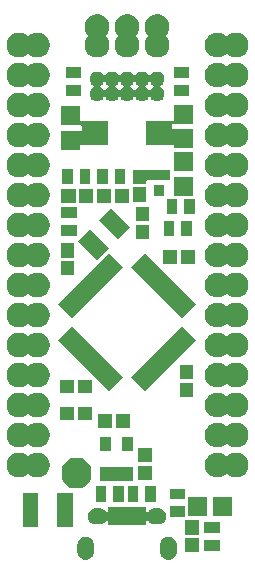
<source format=gts>
G04 #@! TF.GenerationSoftware,KiCad,Pcbnew,5.1.6-c6e7f7d~86~ubuntu18.04.1*
G04 #@! TF.CreationDate,2020-06-07T15:31:20-07:00*
G04 #@! TF.ProjectId,Empyrean,456d7079-7265-4616-9e2e-6b696361645f,A*
G04 #@! TF.SameCoordinates,Original*
G04 #@! TF.FileFunction,Soldermask,Top*
G04 #@! TF.FilePolarity,Negative*
%FSLAX46Y46*%
G04 Gerber Fmt 4.6, Leading zero omitted, Abs format (unit mm)*
G04 Created by KiCad (PCBNEW 5.1.6-c6e7f7d~86~ubuntu18.04.1) date 2020-06-07 15:31:20*
%MOMM*%
%LPD*%
G01*
G04 APERTURE LIST*
%ADD10C,0.100000*%
G04 APERTURE END LIST*
D10*
G36*
X137787223Y-143185128D02*
G01*
X137919174Y-143225155D01*
X138040780Y-143290155D01*
X138147369Y-143377630D01*
X138234845Y-143484219D01*
X138299845Y-143605825D01*
X138339872Y-143737776D01*
X138350000Y-143840610D01*
X138350000Y-144459390D01*
X138339872Y-144562224D01*
X138299845Y-144694175D01*
X138234845Y-144815781D01*
X138147370Y-144922370D01*
X138040781Y-145009845D01*
X137919175Y-145074845D01*
X137787224Y-145114872D01*
X137650000Y-145128387D01*
X137512777Y-145114872D01*
X137380826Y-145074845D01*
X137259220Y-145009845D01*
X137152631Y-144922370D01*
X137065155Y-144815781D01*
X137000155Y-144694175D01*
X136960128Y-144562224D01*
X136950000Y-144459390D01*
X136950000Y-143840611D01*
X136960128Y-143737777D01*
X137000155Y-143605826D01*
X137065155Y-143484220D01*
X137152630Y-143377631D01*
X137259219Y-143290155D01*
X137380825Y-143225155D01*
X137512776Y-143185128D01*
X137650000Y-143171613D01*
X137787223Y-143185128D01*
G37*
G36*
X130787223Y-143185128D02*
G01*
X130919174Y-143225155D01*
X131040780Y-143290155D01*
X131147369Y-143377630D01*
X131234845Y-143484219D01*
X131299845Y-143605825D01*
X131339872Y-143737776D01*
X131350000Y-143840610D01*
X131350000Y-144459390D01*
X131339872Y-144562224D01*
X131299845Y-144694175D01*
X131234845Y-144815781D01*
X131147370Y-144922370D01*
X131040781Y-145009845D01*
X130919175Y-145074845D01*
X130787224Y-145114872D01*
X130650000Y-145128387D01*
X130512777Y-145114872D01*
X130380826Y-145074845D01*
X130259220Y-145009845D01*
X130152631Y-144922370D01*
X130065155Y-144815781D01*
X130000155Y-144694175D01*
X129960128Y-144562224D01*
X129950000Y-144459390D01*
X129950000Y-143840611D01*
X129960128Y-143737777D01*
X130000155Y-143605826D01*
X130065155Y-143484220D01*
X130152630Y-143377631D01*
X130259219Y-143290155D01*
X130380825Y-143225155D01*
X130512776Y-143185128D01*
X130650000Y-143171613D01*
X130787223Y-143185128D01*
G37*
G36*
X140225000Y-144500000D02*
G01*
X139075000Y-144500000D01*
X139075000Y-143300000D01*
X140225000Y-143300000D01*
X140225000Y-144500000D01*
G37*
G36*
X142000000Y-144350000D02*
G01*
X140700000Y-144350000D01*
X140700000Y-143450000D01*
X142000000Y-143450000D01*
X142000000Y-144350000D01*
G37*
G36*
X140225000Y-143000000D02*
G01*
X139075000Y-143000000D01*
X139075000Y-141800000D01*
X140225000Y-141800000D01*
X140225000Y-143000000D01*
G37*
G36*
X142000000Y-142850000D02*
G01*
X140700000Y-142850000D01*
X140700000Y-141950000D01*
X142000000Y-141950000D01*
X142000000Y-142850000D01*
G37*
G36*
X126650000Y-142350000D02*
G01*
X125350000Y-142350000D01*
X125350000Y-139450000D01*
X126650000Y-139450000D01*
X126650000Y-142350000D01*
G37*
G36*
X129550000Y-142350000D02*
G01*
X128250000Y-142350000D01*
X128250000Y-139450000D01*
X129550000Y-139450000D01*
X129550000Y-142350000D01*
G37*
G36*
X135750000Y-140950521D02*
G01*
X135752402Y-140974907D01*
X135759515Y-140998356D01*
X135771066Y-141019967D01*
X135786611Y-141038909D01*
X135805553Y-141054454D01*
X135827164Y-141066005D01*
X135850613Y-141073118D01*
X135874999Y-141075520D01*
X135899385Y-141073118D01*
X135922834Y-141066005D01*
X135944445Y-141054454D01*
X135971624Y-141029820D01*
X136020394Y-140970394D01*
X136044609Y-140950521D01*
X136123176Y-140886042D01*
X136240439Y-140823364D01*
X136367677Y-140784767D01*
X136466841Y-140775000D01*
X136833159Y-140775000D01*
X136932323Y-140784767D01*
X137059561Y-140823364D01*
X137176824Y-140886042D01*
X137279606Y-140970394D01*
X137363958Y-141073176D01*
X137426636Y-141190439D01*
X137465233Y-141317677D01*
X137478266Y-141450000D01*
X137465233Y-141582323D01*
X137426636Y-141709561D01*
X137363958Y-141826824D01*
X137279606Y-141929606D01*
X137176824Y-142013958D01*
X137059561Y-142076636D01*
X136932323Y-142115233D01*
X136833159Y-142125000D01*
X136466841Y-142125000D01*
X136367677Y-142115233D01*
X136240439Y-142076636D01*
X136123176Y-142013958D01*
X136020394Y-141929606D01*
X135971623Y-141870179D01*
X135954297Y-141852853D01*
X135933922Y-141839239D01*
X135911284Y-141829862D01*
X135887250Y-141825082D01*
X135862746Y-141825082D01*
X135838713Y-141829863D01*
X135816074Y-141839240D01*
X135795700Y-141852854D01*
X135778373Y-141870181D01*
X135764759Y-141890556D01*
X135755382Y-141913194D01*
X135750000Y-141949479D01*
X135750000Y-142225000D01*
X132550000Y-142225000D01*
X132550000Y-141949479D01*
X132547598Y-141925093D01*
X132540485Y-141901644D01*
X132528934Y-141880033D01*
X132513389Y-141861091D01*
X132494447Y-141845546D01*
X132472836Y-141833995D01*
X132449387Y-141826882D01*
X132425001Y-141824480D01*
X132400615Y-141826882D01*
X132377166Y-141833995D01*
X132355555Y-141845546D01*
X132328377Y-141870179D01*
X132279606Y-141929606D01*
X132176824Y-142013958D01*
X132059561Y-142076636D01*
X131932323Y-142115233D01*
X131833159Y-142125000D01*
X131466841Y-142125000D01*
X131367677Y-142115233D01*
X131240439Y-142076636D01*
X131123176Y-142013958D01*
X131020394Y-141929606D01*
X130936042Y-141826824D01*
X130873364Y-141709561D01*
X130834767Y-141582323D01*
X130821734Y-141450000D01*
X130834767Y-141317677D01*
X130873364Y-141190439D01*
X130936042Y-141073176D01*
X131020394Y-140970394D01*
X131123176Y-140886042D01*
X131240439Y-140823364D01*
X131367677Y-140784767D01*
X131466841Y-140775000D01*
X131833159Y-140775000D01*
X131932323Y-140784767D01*
X132059561Y-140823364D01*
X132176824Y-140886042D01*
X132255391Y-140950521D01*
X132279606Y-140970394D01*
X132328376Y-141029820D01*
X132345703Y-141047147D01*
X132366078Y-141060761D01*
X132388716Y-141070138D01*
X132412750Y-141074918D01*
X132437254Y-141074918D01*
X132461287Y-141070137D01*
X132483926Y-141060760D01*
X132504300Y-141047146D01*
X132521627Y-141029819D01*
X132535241Y-141009444D01*
X132544618Y-140986806D01*
X132550000Y-140950521D01*
X132550000Y-140675000D01*
X135750000Y-140675000D01*
X135750000Y-140950521D01*
G37*
G36*
X139050000Y-141500000D02*
G01*
X137750000Y-141500000D01*
X137750000Y-140600000D01*
X139050000Y-140600000D01*
X139050000Y-141500000D01*
G37*
G36*
X140950000Y-141450000D02*
G01*
X139350000Y-141450000D01*
X139350000Y-139850000D01*
X140950000Y-139850000D01*
X140950000Y-141450000D01*
G37*
G36*
X143050000Y-141450000D02*
G01*
X141450000Y-141450000D01*
X141450000Y-139850000D01*
X143050000Y-139850000D01*
X143050000Y-141450000D01*
G37*
G36*
X132400000Y-140200000D02*
G01*
X131500000Y-140200000D01*
X131500000Y-138900000D01*
X132400000Y-138900000D01*
X132400000Y-140200000D01*
G37*
G36*
X133900000Y-140200000D02*
G01*
X133000000Y-140200000D01*
X133000000Y-138900000D01*
X133900000Y-138900000D01*
X133900000Y-140200000D01*
G37*
G36*
X136600000Y-140200000D02*
G01*
X135700000Y-140200000D01*
X135700000Y-138900000D01*
X136600000Y-138900000D01*
X136600000Y-140200000D01*
G37*
G36*
X135100000Y-140200000D02*
G01*
X134200000Y-140200000D01*
X134200000Y-138900000D01*
X135100000Y-138900000D01*
X135100000Y-140200000D01*
G37*
G36*
X139050000Y-140000000D02*
G01*
X137750000Y-140000000D01*
X137750000Y-139100000D01*
X139050000Y-139100000D01*
X139050000Y-140000000D01*
G37*
G36*
X129742805Y-136539698D02*
G01*
X129743409Y-136539757D01*
X129792918Y-136549606D01*
X129797466Y-136551490D01*
X129797470Y-136551491D01*
X129822169Y-136561721D01*
X129845613Y-136568833D01*
X129869999Y-136571235D01*
X129894385Y-136568833D01*
X129917831Y-136561721D01*
X129942530Y-136551491D01*
X129942534Y-136551490D01*
X129947082Y-136549606D01*
X129996591Y-136539757D01*
X129997195Y-136539698D01*
X130023061Y-136538427D01*
X130316939Y-136538427D01*
X130342805Y-136539698D01*
X130343409Y-136539757D01*
X130392920Y-136549606D01*
X130438421Y-136568453D01*
X130480411Y-136596512D01*
X130480865Y-136596884D01*
X130500052Y-136614276D01*
X130995724Y-137109948D01*
X131013116Y-137129135D01*
X131013488Y-137129589D01*
X131041547Y-137171579D01*
X131060394Y-137217080D01*
X131070243Y-137266591D01*
X131070302Y-137267195D01*
X131071573Y-137293061D01*
X131071573Y-138286939D01*
X131070302Y-138312805D01*
X131070243Y-138313409D01*
X131060394Y-138362920D01*
X131041547Y-138408421D01*
X131013488Y-138450411D01*
X131013116Y-138450865D01*
X130995724Y-138470052D01*
X130500052Y-138965724D01*
X130480865Y-138983116D01*
X130480411Y-138983488D01*
X130438421Y-139011547D01*
X130392920Y-139030394D01*
X130343409Y-139040243D01*
X130342805Y-139040302D01*
X130316939Y-139041573D01*
X130023061Y-139041573D01*
X129997195Y-139040302D01*
X129996591Y-139040243D01*
X129947082Y-139030394D01*
X129942534Y-139028510D01*
X129942530Y-139028509D01*
X129917831Y-139018279D01*
X129894387Y-139011167D01*
X129870001Y-139008765D01*
X129845615Y-139011167D01*
X129822169Y-139018279D01*
X129797470Y-139028509D01*
X129797466Y-139028510D01*
X129792918Y-139030394D01*
X129743409Y-139040243D01*
X129742805Y-139040302D01*
X129716939Y-139041573D01*
X129323061Y-139041573D01*
X129297195Y-139040302D01*
X129296591Y-139040243D01*
X129247080Y-139030394D01*
X129201579Y-139011547D01*
X129160006Y-138983767D01*
X129131446Y-138956406D01*
X129122473Y-138945804D01*
X128725469Y-138449550D01*
X128710300Y-138428555D01*
X128709987Y-138428073D01*
X128707148Y-138422598D01*
X128707140Y-138422586D01*
X128688992Y-138387588D01*
X128688990Y-138387584D01*
X128687121Y-138383979D01*
X128686260Y-138380752D01*
X128685355Y-138378486D01*
X128673004Y-138332169D01*
X128672661Y-138329755D01*
X128671354Y-138324853D01*
X128671048Y-138322694D01*
X128668427Y-138285595D01*
X128668427Y-137293061D01*
X128669698Y-137267195D01*
X128669757Y-137266591D01*
X128679606Y-137217080D01*
X128698453Y-137171579D01*
X128726512Y-137129589D01*
X128726884Y-137129135D01*
X128744276Y-137109948D01*
X129239948Y-136614276D01*
X129259135Y-136596884D01*
X129259589Y-136596512D01*
X129301579Y-136568453D01*
X129347080Y-136549606D01*
X129396591Y-136539757D01*
X129397195Y-136539698D01*
X129423061Y-136538427D01*
X129716939Y-136538427D01*
X129742805Y-136539698D01*
G37*
G36*
X134656500Y-138451000D02*
G01*
X131843500Y-138451000D01*
X131843500Y-137289000D01*
X134656500Y-137289000D01*
X134656500Y-138451000D01*
G37*
G36*
X136225000Y-138350000D02*
G01*
X135075000Y-138350000D01*
X135075000Y-137150000D01*
X136225000Y-137150000D01*
X136225000Y-138350000D01*
G37*
G36*
X141928687Y-136065027D02*
G01*
X142106274Y-136100350D01*
X142297362Y-136179502D01*
X142469336Y-136294411D01*
X142496623Y-136321698D01*
X142515554Y-136337234D01*
X142537165Y-136348785D01*
X142560614Y-136355898D01*
X142585000Y-136358300D01*
X142609386Y-136355898D01*
X142632835Y-136348785D01*
X142654446Y-136337234D01*
X142673377Y-136321698D01*
X142700664Y-136294411D01*
X142872638Y-136179502D01*
X143063726Y-136100350D01*
X143241313Y-136065027D01*
X143266583Y-136060000D01*
X143473417Y-136060000D01*
X143498687Y-136065027D01*
X143676274Y-136100350D01*
X143867362Y-136179502D01*
X144039336Y-136294411D01*
X144185589Y-136440664D01*
X144300498Y-136612638D01*
X144379650Y-136803726D01*
X144420000Y-137006584D01*
X144420000Y-137213416D01*
X144379650Y-137416274D01*
X144300498Y-137607362D01*
X144185589Y-137779336D01*
X144039336Y-137925589D01*
X143867362Y-138040498D01*
X143676274Y-138119650D01*
X143498687Y-138154973D01*
X143473417Y-138160000D01*
X143266583Y-138160000D01*
X143241313Y-138154973D01*
X143063726Y-138119650D01*
X142872638Y-138040498D01*
X142700664Y-137925589D01*
X142673377Y-137898302D01*
X142654446Y-137882766D01*
X142632835Y-137871215D01*
X142609386Y-137864102D01*
X142585000Y-137861700D01*
X142560614Y-137864102D01*
X142537165Y-137871215D01*
X142515554Y-137882766D01*
X142496623Y-137898302D01*
X142469336Y-137925589D01*
X142297362Y-138040498D01*
X142106274Y-138119650D01*
X141928687Y-138154973D01*
X141903417Y-138160000D01*
X141696583Y-138160000D01*
X141671313Y-138154973D01*
X141493726Y-138119650D01*
X141302638Y-138040498D01*
X141130664Y-137925589D01*
X140984411Y-137779336D01*
X140869502Y-137607362D01*
X140790350Y-137416274D01*
X140750000Y-137213416D01*
X140750000Y-137006584D01*
X140790350Y-136803726D01*
X140869502Y-136612638D01*
X140984411Y-136440664D01*
X141130664Y-136294411D01*
X141302638Y-136179502D01*
X141493726Y-136100350D01*
X141671313Y-136065027D01*
X141696583Y-136060000D01*
X141903417Y-136060000D01*
X141928687Y-136065027D01*
G37*
G36*
X125138687Y-136065027D02*
G01*
X125316274Y-136100350D01*
X125507362Y-136179502D01*
X125679336Y-136294411D01*
X125691623Y-136306698D01*
X125710554Y-136322234D01*
X125732165Y-136333785D01*
X125755614Y-136340898D01*
X125780000Y-136343300D01*
X125804386Y-136340898D01*
X125827835Y-136333785D01*
X125849446Y-136322234D01*
X125868377Y-136306698D01*
X125880664Y-136294411D01*
X126052638Y-136179502D01*
X126243726Y-136100350D01*
X126421313Y-136065027D01*
X126446583Y-136060000D01*
X126653417Y-136060000D01*
X126678687Y-136065027D01*
X126856274Y-136100350D01*
X127047362Y-136179502D01*
X127219336Y-136294411D01*
X127365589Y-136440664D01*
X127480498Y-136612638D01*
X127559650Y-136803726D01*
X127600000Y-137006584D01*
X127600000Y-137213416D01*
X127559650Y-137416274D01*
X127480498Y-137607362D01*
X127365589Y-137779336D01*
X127219336Y-137925589D01*
X127047362Y-138040498D01*
X126856274Y-138119650D01*
X126678687Y-138154973D01*
X126653417Y-138160000D01*
X126446583Y-138160000D01*
X126421313Y-138154973D01*
X126243726Y-138119650D01*
X126052638Y-138040498D01*
X125880664Y-137925589D01*
X125868377Y-137913302D01*
X125849446Y-137897766D01*
X125827835Y-137886215D01*
X125804386Y-137879102D01*
X125780000Y-137876700D01*
X125755614Y-137879102D01*
X125732165Y-137886215D01*
X125710554Y-137897766D01*
X125691623Y-137913302D01*
X125679336Y-137925589D01*
X125507362Y-138040498D01*
X125316274Y-138119650D01*
X125138687Y-138154973D01*
X125113417Y-138160000D01*
X124906583Y-138160000D01*
X124881313Y-138154973D01*
X124703726Y-138119650D01*
X124512638Y-138040498D01*
X124340664Y-137925589D01*
X124194411Y-137779336D01*
X124079502Y-137607362D01*
X124000350Y-137416274D01*
X123960000Y-137213416D01*
X123960000Y-137006584D01*
X124000350Y-136803726D01*
X124079502Y-136612638D01*
X124194411Y-136440664D01*
X124340664Y-136294411D01*
X124512638Y-136179502D01*
X124703726Y-136100350D01*
X124881313Y-136065027D01*
X124906583Y-136060000D01*
X125113417Y-136060000D01*
X125138687Y-136065027D01*
G37*
G36*
X136225000Y-136850000D02*
G01*
X135075000Y-136850000D01*
X135075000Y-135650000D01*
X136225000Y-135650000D01*
X136225000Y-136850000D01*
G37*
G36*
X132751500Y-135911000D02*
G01*
X131843500Y-135911000D01*
X131843500Y-134749000D01*
X132751500Y-134749000D01*
X132751500Y-135911000D01*
G37*
G36*
X134656500Y-135911000D02*
G01*
X133748500Y-135911000D01*
X133748500Y-134749000D01*
X134656500Y-134749000D01*
X134656500Y-135911000D01*
G37*
G36*
X125138687Y-133525027D02*
G01*
X125316274Y-133560350D01*
X125507362Y-133639502D01*
X125679336Y-133754411D01*
X125691623Y-133766698D01*
X125710554Y-133782234D01*
X125732165Y-133793785D01*
X125755614Y-133800898D01*
X125780000Y-133803300D01*
X125804386Y-133800898D01*
X125827835Y-133793785D01*
X125849446Y-133782234D01*
X125868377Y-133766698D01*
X125880664Y-133754411D01*
X126052638Y-133639502D01*
X126243726Y-133560350D01*
X126421313Y-133525027D01*
X126446583Y-133520000D01*
X126653417Y-133520000D01*
X126678687Y-133525027D01*
X126856274Y-133560350D01*
X127047362Y-133639502D01*
X127219336Y-133754411D01*
X127365589Y-133900664D01*
X127480498Y-134072638D01*
X127559650Y-134263726D01*
X127600000Y-134466584D01*
X127600000Y-134673416D01*
X127559650Y-134876274D01*
X127480498Y-135067362D01*
X127365589Y-135239336D01*
X127219336Y-135385589D01*
X127047362Y-135500498D01*
X126856274Y-135579650D01*
X126678687Y-135614973D01*
X126653417Y-135620000D01*
X126446583Y-135620000D01*
X126421313Y-135614973D01*
X126243726Y-135579650D01*
X126052638Y-135500498D01*
X125880664Y-135385589D01*
X125868377Y-135373302D01*
X125849446Y-135357766D01*
X125827835Y-135346215D01*
X125804386Y-135339102D01*
X125780000Y-135336700D01*
X125755614Y-135339102D01*
X125732165Y-135346215D01*
X125710554Y-135357766D01*
X125691623Y-135373302D01*
X125679336Y-135385589D01*
X125507362Y-135500498D01*
X125316274Y-135579650D01*
X125138687Y-135614973D01*
X125113417Y-135620000D01*
X124906583Y-135620000D01*
X124881313Y-135614973D01*
X124703726Y-135579650D01*
X124512638Y-135500498D01*
X124340664Y-135385589D01*
X124194411Y-135239336D01*
X124079502Y-135067362D01*
X124000350Y-134876274D01*
X123960000Y-134673416D01*
X123960000Y-134466584D01*
X124000350Y-134263726D01*
X124079502Y-134072638D01*
X124194411Y-133900664D01*
X124340664Y-133754411D01*
X124512638Y-133639502D01*
X124703726Y-133560350D01*
X124881313Y-133525027D01*
X124906583Y-133520000D01*
X125113417Y-133520000D01*
X125138687Y-133525027D01*
G37*
G36*
X141928687Y-133525027D02*
G01*
X142106274Y-133560350D01*
X142297362Y-133639502D01*
X142469336Y-133754411D01*
X142496623Y-133781698D01*
X142515554Y-133797234D01*
X142537165Y-133808785D01*
X142560614Y-133815898D01*
X142585000Y-133818300D01*
X142609386Y-133815898D01*
X142632835Y-133808785D01*
X142654446Y-133797234D01*
X142673377Y-133781698D01*
X142700664Y-133754411D01*
X142872638Y-133639502D01*
X143063726Y-133560350D01*
X143241313Y-133525027D01*
X143266583Y-133520000D01*
X143473417Y-133520000D01*
X143498687Y-133525027D01*
X143676274Y-133560350D01*
X143867362Y-133639502D01*
X144039336Y-133754411D01*
X144185589Y-133900664D01*
X144300498Y-134072638D01*
X144379650Y-134263726D01*
X144420000Y-134466584D01*
X144420000Y-134673416D01*
X144379650Y-134876274D01*
X144300498Y-135067362D01*
X144185589Y-135239336D01*
X144039336Y-135385589D01*
X143867362Y-135500498D01*
X143676274Y-135579650D01*
X143498687Y-135614973D01*
X143473417Y-135620000D01*
X143266583Y-135620000D01*
X143241313Y-135614973D01*
X143063726Y-135579650D01*
X142872638Y-135500498D01*
X142700664Y-135385589D01*
X142673377Y-135358302D01*
X142654446Y-135342766D01*
X142632835Y-135331215D01*
X142609386Y-135324102D01*
X142585000Y-135321700D01*
X142560614Y-135324102D01*
X142537165Y-135331215D01*
X142515554Y-135342766D01*
X142496623Y-135358302D01*
X142469336Y-135385589D01*
X142297362Y-135500498D01*
X142106274Y-135579650D01*
X141928687Y-135614973D01*
X141903417Y-135620000D01*
X141696583Y-135620000D01*
X141671313Y-135614973D01*
X141493726Y-135579650D01*
X141302638Y-135500498D01*
X141130664Y-135385589D01*
X140984411Y-135239336D01*
X140869502Y-135067362D01*
X140790350Y-134876274D01*
X140750000Y-134673416D01*
X140750000Y-134466584D01*
X140790350Y-134263726D01*
X140869502Y-134072638D01*
X140984411Y-133900664D01*
X141130664Y-133754411D01*
X141302638Y-133639502D01*
X141493726Y-133560350D01*
X141671313Y-133525027D01*
X141696583Y-133520000D01*
X141903417Y-133520000D01*
X141928687Y-133525027D01*
G37*
G36*
X134400000Y-133975000D02*
G01*
X133200000Y-133975000D01*
X133200000Y-132825000D01*
X134400000Y-132825000D01*
X134400000Y-133975000D01*
G37*
G36*
X132900000Y-133975000D02*
G01*
X131700000Y-133975000D01*
X131700000Y-132825000D01*
X132900000Y-132825000D01*
X132900000Y-133975000D01*
G37*
G36*
X131200000Y-133325000D02*
G01*
X130000000Y-133325000D01*
X130000000Y-132175000D01*
X131200000Y-132175000D01*
X131200000Y-133325000D01*
G37*
G36*
X129700000Y-133325000D02*
G01*
X128500000Y-133325000D01*
X128500000Y-132175000D01*
X129700000Y-132175000D01*
X129700000Y-133325000D01*
G37*
G36*
X141928687Y-130985027D02*
G01*
X142106274Y-131020350D01*
X142297362Y-131099502D01*
X142469336Y-131214411D01*
X142496623Y-131241698D01*
X142515554Y-131257234D01*
X142537165Y-131268785D01*
X142560614Y-131275898D01*
X142585000Y-131278300D01*
X142609386Y-131275898D01*
X142632835Y-131268785D01*
X142654446Y-131257234D01*
X142673377Y-131241698D01*
X142700664Y-131214411D01*
X142872638Y-131099502D01*
X143063726Y-131020350D01*
X143241313Y-130985027D01*
X143266583Y-130980000D01*
X143473417Y-130980000D01*
X143498687Y-130985027D01*
X143676274Y-131020350D01*
X143867362Y-131099502D01*
X144039336Y-131214411D01*
X144185589Y-131360664D01*
X144300498Y-131532638D01*
X144379650Y-131723726D01*
X144420000Y-131926584D01*
X144420000Y-132133416D01*
X144379650Y-132336274D01*
X144300498Y-132527362D01*
X144185589Y-132699336D01*
X144039336Y-132845589D01*
X143867362Y-132960498D01*
X143676274Y-133039650D01*
X143498687Y-133074973D01*
X143473417Y-133080000D01*
X143266583Y-133080000D01*
X143241313Y-133074973D01*
X143063726Y-133039650D01*
X142872638Y-132960498D01*
X142700664Y-132845589D01*
X142673377Y-132818302D01*
X142654446Y-132802766D01*
X142632835Y-132791215D01*
X142609386Y-132784102D01*
X142585000Y-132781700D01*
X142560614Y-132784102D01*
X142537165Y-132791215D01*
X142515554Y-132802766D01*
X142496623Y-132818302D01*
X142469336Y-132845589D01*
X142297362Y-132960498D01*
X142106274Y-133039650D01*
X141928687Y-133074973D01*
X141903417Y-133080000D01*
X141696583Y-133080000D01*
X141671313Y-133074973D01*
X141493726Y-133039650D01*
X141302638Y-132960498D01*
X141130664Y-132845589D01*
X140984411Y-132699336D01*
X140869502Y-132527362D01*
X140790350Y-132336274D01*
X140750000Y-132133416D01*
X140750000Y-131926584D01*
X140790350Y-131723726D01*
X140869502Y-131532638D01*
X140984411Y-131360664D01*
X141130664Y-131214411D01*
X141302638Y-131099502D01*
X141493726Y-131020350D01*
X141671313Y-130985027D01*
X141696583Y-130980000D01*
X141903417Y-130980000D01*
X141928687Y-130985027D01*
G37*
G36*
X125138687Y-130985027D02*
G01*
X125316274Y-131020350D01*
X125507362Y-131099502D01*
X125679336Y-131214411D01*
X125691623Y-131226698D01*
X125710554Y-131242234D01*
X125732165Y-131253785D01*
X125755614Y-131260898D01*
X125780000Y-131263300D01*
X125804386Y-131260898D01*
X125827835Y-131253785D01*
X125849446Y-131242234D01*
X125868377Y-131226698D01*
X125880664Y-131214411D01*
X126052638Y-131099502D01*
X126243726Y-131020350D01*
X126421313Y-130985027D01*
X126446583Y-130980000D01*
X126653417Y-130980000D01*
X126678687Y-130985027D01*
X126856274Y-131020350D01*
X127047362Y-131099502D01*
X127219336Y-131214411D01*
X127365589Y-131360664D01*
X127480498Y-131532638D01*
X127559650Y-131723726D01*
X127600000Y-131926584D01*
X127600000Y-132133416D01*
X127559650Y-132336274D01*
X127480498Y-132527362D01*
X127365589Y-132699336D01*
X127219336Y-132845589D01*
X127047362Y-132960498D01*
X126856274Y-133039650D01*
X126678687Y-133074973D01*
X126653417Y-133080000D01*
X126446583Y-133080000D01*
X126421313Y-133074973D01*
X126243726Y-133039650D01*
X126052638Y-132960498D01*
X125880664Y-132845589D01*
X125868377Y-132833302D01*
X125849446Y-132817766D01*
X125827835Y-132806215D01*
X125804386Y-132799102D01*
X125780000Y-132796700D01*
X125755614Y-132799102D01*
X125732165Y-132806215D01*
X125710554Y-132817766D01*
X125691623Y-132833302D01*
X125679336Y-132845589D01*
X125507362Y-132960498D01*
X125316274Y-133039650D01*
X125138687Y-133074973D01*
X125113417Y-133080000D01*
X124906583Y-133080000D01*
X124881313Y-133074973D01*
X124703726Y-133039650D01*
X124512638Y-132960498D01*
X124340664Y-132845589D01*
X124194411Y-132699336D01*
X124079502Y-132527362D01*
X124000350Y-132336274D01*
X123960000Y-132133416D01*
X123960000Y-131926584D01*
X124000350Y-131723726D01*
X124079502Y-131532638D01*
X124194411Y-131360664D01*
X124340664Y-131214411D01*
X124512638Y-131099502D01*
X124703726Y-131020350D01*
X124881313Y-130985027D01*
X124906583Y-130980000D01*
X125113417Y-130980000D01*
X125138687Y-130985027D01*
G37*
G36*
X139775000Y-131350000D02*
G01*
X138625000Y-131350000D01*
X138625000Y-130150000D01*
X139775000Y-130150000D01*
X139775000Y-131350000D01*
G37*
G36*
X129700000Y-131025000D02*
G01*
X128500000Y-131025000D01*
X128500000Y-129875000D01*
X129700000Y-129875000D01*
X129700000Y-131025000D01*
G37*
G36*
X131200000Y-131025000D02*
G01*
X130000000Y-131025000D01*
X130000000Y-129875000D01*
X131200000Y-129875000D01*
X131200000Y-131025000D01*
G37*
G36*
X133849479Y-129649227D02*
G01*
X132647398Y-130851308D01*
X128298692Y-126502602D01*
X129500773Y-125300521D01*
X133849479Y-129649227D01*
G37*
G36*
X140001308Y-126502602D02*
G01*
X135652602Y-130851308D01*
X134450521Y-129649227D01*
X138799227Y-125300521D01*
X140001308Y-126502602D01*
G37*
G36*
X125138687Y-128445027D02*
G01*
X125316274Y-128480350D01*
X125507362Y-128559502D01*
X125679336Y-128674411D01*
X125691623Y-128686698D01*
X125710554Y-128702234D01*
X125732165Y-128713785D01*
X125755614Y-128720898D01*
X125780000Y-128723300D01*
X125804386Y-128720898D01*
X125827835Y-128713785D01*
X125849446Y-128702234D01*
X125868377Y-128686698D01*
X125880664Y-128674411D01*
X126052638Y-128559502D01*
X126243726Y-128480350D01*
X126421313Y-128445027D01*
X126446583Y-128440000D01*
X126653417Y-128440000D01*
X126678687Y-128445027D01*
X126856274Y-128480350D01*
X127047362Y-128559502D01*
X127219336Y-128674411D01*
X127365589Y-128820664D01*
X127480498Y-128992638D01*
X127559650Y-129183726D01*
X127600000Y-129386584D01*
X127600000Y-129593416D01*
X127559650Y-129796274D01*
X127480498Y-129987362D01*
X127365589Y-130159336D01*
X127219336Y-130305589D01*
X127047362Y-130420498D01*
X126856274Y-130499650D01*
X126678687Y-130534973D01*
X126653417Y-130540000D01*
X126446583Y-130540000D01*
X126421313Y-130534973D01*
X126243726Y-130499650D01*
X126052638Y-130420498D01*
X125880664Y-130305589D01*
X125868377Y-130293302D01*
X125849446Y-130277766D01*
X125827835Y-130266215D01*
X125804386Y-130259102D01*
X125780000Y-130256700D01*
X125755614Y-130259102D01*
X125732165Y-130266215D01*
X125710554Y-130277766D01*
X125691623Y-130293302D01*
X125679336Y-130305589D01*
X125507362Y-130420498D01*
X125316274Y-130499650D01*
X125138687Y-130534973D01*
X125113417Y-130540000D01*
X124906583Y-130540000D01*
X124881313Y-130534973D01*
X124703726Y-130499650D01*
X124512638Y-130420498D01*
X124340664Y-130305589D01*
X124194411Y-130159336D01*
X124079502Y-129987362D01*
X124000350Y-129796274D01*
X123960000Y-129593416D01*
X123960000Y-129386584D01*
X124000350Y-129183726D01*
X124079502Y-128992638D01*
X124194411Y-128820664D01*
X124340664Y-128674411D01*
X124512638Y-128559502D01*
X124703726Y-128480350D01*
X124881313Y-128445027D01*
X124906583Y-128440000D01*
X125113417Y-128440000D01*
X125138687Y-128445027D01*
G37*
G36*
X141928687Y-128445027D02*
G01*
X142106274Y-128480350D01*
X142297362Y-128559502D01*
X142469336Y-128674411D01*
X142496623Y-128701698D01*
X142515554Y-128717234D01*
X142537165Y-128728785D01*
X142560614Y-128735898D01*
X142585000Y-128738300D01*
X142609386Y-128735898D01*
X142632835Y-128728785D01*
X142654446Y-128717234D01*
X142673377Y-128701698D01*
X142700664Y-128674411D01*
X142872638Y-128559502D01*
X143063726Y-128480350D01*
X143241313Y-128445027D01*
X143266583Y-128440000D01*
X143473417Y-128440000D01*
X143498687Y-128445027D01*
X143676274Y-128480350D01*
X143867362Y-128559502D01*
X144039336Y-128674411D01*
X144185589Y-128820664D01*
X144300498Y-128992638D01*
X144379650Y-129183726D01*
X144420000Y-129386584D01*
X144420000Y-129593416D01*
X144379650Y-129796274D01*
X144300498Y-129987362D01*
X144185589Y-130159336D01*
X144039336Y-130305589D01*
X143867362Y-130420498D01*
X143676274Y-130499650D01*
X143498687Y-130534973D01*
X143473417Y-130540000D01*
X143266583Y-130540000D01*
X143241313Y-130534973D01*
X143063726Y-130499650D01*
X142872638Y-130420498D01*
X142700664Y-130305589D01*
X142673377Y-130278302D01*
X142654446Y-130262766D01*
X142632835Y-130251215D01*
X142609386Y-130244102D01*
X142585000Y-130241700D01*
X142560614Y-130244102D01*
X142537165Y-130251215D01*
X142515554Y-130262766D01*
X142496623Y-130278302D01*
X142469336Y-130305589D01*
X142297362Y-130420498D01*
X142106274Y-130499650D01*
X141928687Y-130534973D01*
X141903417Y-130540000D01*
X141696583Y-130540000D01*
X141671313Y-130534973D01*
X141493726Y-130499650D01*
X141302638Y-130420498D01*
X141130664Y-130305589D01*
X140984411Y-130159336D01*
X140869502Y-129987362D01*
X140790350Y-129796274D01*
X140750000Y-129593416D01*
X140750000Y-129386584D01*
X140790350Y-129183726D01*
X140869502Y-128992638D01*
X140984411Y-128820664D01*
X141130664Y-128674411D01*
X141302638Y-128559502D01*
X141493726Y-128480350D01*
X141671313Y-128445027D01*
X141696583Y-128440000D01*
X141903417Y-128440000D01*
X141928687Y-128445027D01*
G37*
G36*
X139775000Y-129850000D02*
G01*
X138625000Y-129850000D01*
X138625000Y-128650000D01*
X139775000Y-128650000D01*
X139775000Y-129850000D01*
G37*
G36*
X141928687Y-125905027D02*
G01*
X142106274Y-125940350D01*
X142297362Y-126019502D01*
X142469336Y-126134411D01*
X142496623Y-126161698D01*
X142515554Y-126177234D01*
X142537165Y-126188785D01*
X142560614Y-126195898D01*
X142585000Y-126198300D01*
X142609386Y-126195898D01*
X142632835Y-126188785D01*
X142654446Y-126177234D01*
X142673377Y-126161698D01*
X142700664Y-126134411D01*
X142872638Y-126019502D01*
X143063726Y-125940350D01*
X143241313Y-125905027D01*
X143266583Y-125900000D01*
X143473417Y-125900000D01*
X143498687Y-125905027D01*
X143676274Y-125940350D01*
X143867362Y-126019502D01*
X144039336Y-126134411D01*
X144185589Y-126280664D01*
X144300498Y-126452638D01*
X144379650Y-126643726D01*
X144420000Y-126846584D01*
X144420000Y-127053416D01*
X144379650Y-127256274D01*
X144300498Y-127447362D01*
X144185589Y-127619336D01*
X144039336Y-127765589D01*
X143867362Y-127880498D01*
X143676274Y-127959650D01*
X143498687Y-127994973D01*
X143473417Y-128000000D01*
X143266583Y-128000000D01*
X143241313Y-127994973D01*
X143063726Y-127959650D01*
X142872638Y-127880498D01*
X142700664Y-127765589D01*
X142673377Y-127738302D01*
X142654446Y-127722766D01*
X142632835Y-127711215D01*
X142609386Y-127704102D01*
X142585000Y-127701700D01*
X142560614Y-127704102D01*
X142537165Y-127711215D01*
X142515554Y-127722766D01*
X142496623Y-127738302D01*
X142469336Y-127765589D01*
X142297362Y-127880498D01*
X142106274Y-127959650D01*
X141928687Y-127994973D01*
X141903417Y-128000000D01*
X141696583Y-128000000D01*
X141671313Y-127994973D01*
X141493726Y-127959650D01*
X141302638Y-127880498D01*
X141130664Y-127765589D01*
X140984411Y-127619336D01*
X140869502Y-127447362D01*
X140790350Y-127256274D01*
X140750000Y-127053416D01*
X140750000Y-126846584D01*
X140790350Y-126643726D01*
X140869502Y-126452638D01*
X140984411Y-126280664D01*
X141130664Y-126134411D01*
X141302638Y-126019502D01*
X141493726Y-125940350D01*
X141671313Y-125905027D01*
X141696583Y-125900000D01*
X141903417Y-125900000D01*
X141928687Y-125905027D01*
G37*
G36*
X125138687Y-125905027D02*
G01*
X125316274Y-125940350D01*
X125507362Y-126019502D01*
X125679336Y-126134411D01*
X125691623Y-126146698D01*
X125710554Y-126162234D01*
X125732165Y-126173785D01*
X125755614Y-126180898D01*
X125780000Y-126183300D01*
X125804386Y-126180898D01*
X125827835Y-126173785D01*
X125849446Y-126162234D01*
X125868377Y-126146698D01*
X125880664Y-126134411D01*
X126052638Y-126019502D01*
X126243726Y-125940350D01*
X126421313Y-125905027D01*
X126446583Y-125900000D01*
X126653417Y-125900000D01*
X126678687Y-125905027D01*
X126856274Y-125940350D01*
X127047362Y-126019502D01*
X127219336Y-126134411D01*
X127365589Y-126280664D01*
X127480498Y-126452638D01*
X127559650Y-126643726D01*
X127600000Y-126846584D01*
X127600000Y-127053416D01*
X127559650Y-127256274D01*
X127480498Y-127447362D01*
X127365589Y-127619336D01*
X127219336Y-127765589D01*
X127047362Y-127880498D01*
X126856274Y-127959650D01*
X126678687Y-127994973D01*
X126653417Y-128000000D01*
X126446583Y-128000000D01*
X126421313Y-127994973D01*
X126243726Y-127959650D01*
X126052638Y-127880498D01*
X125880664Y-127765589D01*
X125868377Y-127753302D01*
X125849446Y-127737766D01*
X125827835Y-127726215D01*
X125804386Y-127719102D01*
X125780000Y-127716700D01*
X125755614Y-127719102D01*
X125732165Y-127726215D01*
X125710554Y-127737766D01*
X125691623Y-127753302D01*
X125679336Y-127765589D01*
X125507362Y-127880498D01*
X125316274Y-127959650D01*
X125138687Y-127994973D01*
X125113417Y-128000000D01*
X124906583Y-128000000D01*
X124881313Y-127994973D01*
X124703726Y-127959650D01*
X124512638Y-127880498D01*
X124340664Y-127765589D01*
X124194411Y-127619336D01*
X124079502Y-127447362D01*
X124000350Y-127256274D01*
X123960000Y-127053416D01*
X123960000Y-126846584D01*
X124000350Y-126643726D01*
X124079502Y-126452638D01*
X124194411Y-126280664D01*
X124340664Y-126134411D01*
X124512638Y-126019502D01*
X124703726Y-125940350D01*
X124881313Y-125905027D01*
X124906583Y-125900000D01*
X125113417Y-125900000D01*
X125138687Y-125905027D01*
G37*
G36*
X125138687Y-123365027D02*
G01*
X125316274Y-123400350D01*
X125507362Y-123479502D01*
X125679336Y-123594411D01*
X125691623Y-123606698D01*
X125710554Y-123622234D01*
X125732165Y-123633785D01*
X125755614Y-123640898D01*
X125780000Y-123643300D01*
X125804386Y-123640898D01*
X125827835Y-123633785D01*
X125849446Y-123622234D01*
X125868377Y-123606698D01*
X125880664Y-123594411D01*
X126052638Y-123479502D01*
X126243726Y-123400350D01*
X126421313Y-123365027D01*
X126446583Y-123360000D01*
X126653417Y-123360000D01*
X126678687Y-123365027D01*
X126856274Y-123400350D01*
X127047362Y-123479502D01*
X127219336Y-123594411D01*
X127365589Y-123740664D01*
X127480498Y-123912638D01*
X127559650Y-124103726D01*
X127600000Y-124306584D01*
X127600000Y-124513416D01*
X127559650Y-124716274D01*
X127480498Y-124907362D01*
X127365589Y-125079336D01*
X127219336Y-125225589D01*
X127047362Y-125340498D01*
X126856274Y-125419650D01*
X126678687Y-125454973D01*
X126653417Y-125460000D01*
X126446583Y-125460000D01*
X126421313Y-125454973D01*
X126243726Y-125419650D01*
X126052638Y-125340498D01*
X125880664Y-125225589D01*
X125868377Y-125213302D01*
X125849446Y-125197766D01*
X125827835Y-125186215D01*
X125804386Y-125179102D01*
X125780000Y-125176700D01*
X125755614Y-125179102D01*
X125732165Y-125186215D01*
X125710554Y-125197766D01*
X125691623Y-125213302D01*
X125679336Y-125225589D01*
X125507362Y-125340498D01*
X125316274Y-125419650D01*
X125138687Y-125454973D01*
X125113417Y-125460000D01*
X124906583Y-125460000D01*
X124881313Y-125454973D01*
X124703726Y-125419650D01*
X124512638Y-125340498D01*
X124340664Y-125225589D01*
X124194411Y-125079336D01*
X124079502Y-124907362D01*
X124000350Y-124716274D01*
X123960000Y-124513416D01*
X123960000Y-124306584D01*
X124000350Y-124103726D01*
X124079502Y-123912638D01*
X124194411Y-123740664D01*
X124340664Y-123594411D01*
X124512638Y-123479502D01*
X124703726Y-123400350D01*
X124881313Y-123365027D01*
X124906583Y-123360000D01*
X125113417Y-123360000D01*
X125138687Y-123365027D01*
G37*
G36*
X141928687Y-123365027D02*
G01*
X142106274Y-123400350D01*
X142297362Y-123479502D01*
X142469336Y-123594411D01*
X142496623Y-123621698D01*
X142515554Y-123637234D01*
X142537165Y-123648785D01*
X142560614Y-123655898D01*
X142585000Y-123658300D01*
X142609386Y-123655898D01*
X142632835Y-123648785D01*
X142654446Y-123637234D01*
X142673377Y-123621698D01*
X142700664Y-123594411D01*
X142872638Y-123479502D01*
X143063726Y-123400350D01*
X143241313Y-123365027D01*
X143266583Y-123360000D01*
X143473417Y-123360000D01*
X143498687Y-123365027D01*
X143676274Y-123400350D01*
X143867362Y-123479502D01*
X144039336Y-123594411D01*
X144185589Y-123740664D01*
X144300498Y-123912638D01*
X144379650Y-124103726D01*
X144420000Y-124306584D01*
X144420000Y-124513416D01*
X144379650Y-124716274D01*
X144300498Y-124907362D01*
X144185589Y-125079336D01*
X144039336Y-125225589D01*
X143867362Y-125340498D01*
X143676274Y-125419650D01*
X143498687Y-125454973D01*
X143473417Y-125460000D01*
X143266583Y-125460000D01*
X143241313Y-125454973D01*
X143063726Y-125419650D01*
X142872638Y-125340498D01*
X142700664Y-125225589D01*
X142673377Y-125198302D01*
X142654446Y-125182766D01*
X142632835Y-125171215D01*
X142609386Y-125164102D01*
X142585000Y-125161700D01*
X142560614Y-125164102D01*
X142537165Y-125171215D01*
X142515554Y-125182766D01*
X142496623Y-125198302D01*
X142469336Y-125225589D01*
X142297362Y-125340498D01*
X142106274Y-125419650D01*
X141928687Y-125454973D01*
X141903417Y-125460000D01*
X141696583Y-125460000D01*
X141671313Y-125454973D01*
X141493726Y-125419650D01*
X141302638Y-125340498D01*
X141130664Y-125225589D01*
X140984411Y-125079336D01*
X140869502Y-124907362D01*
X140790350Y-124716274D01*
X140750000Y-124513416D01*
X140750000Y-124306584D01*
X140790350Y-124103726D01*
X140869502Y-123912638D01*
X140984411Y-123740664D01*
X141130664Y-123594411D01*
X141302638Y-123479502D01*
X141493726Y-123400350D01*
X141671313Y-123365027D01*
X141696583Y-123360000D01*
X141903417Y-123360000D01*
X141928687Y-123365027D01*
G37*
G36*
X140001308Y-123497398D02*
G01*
X138799227Y-124699479D01*
X134450521Y-120350773D01*
X135652602Y-119148692D01*
X140001308Y-123497398D01*
G37*
G36*
X133849479Y-120350773D02*
G01*
X129500773Y-124699479D01*
X128298692Y-123497398D01*
X132647398Y-119148692D01*
X133849479Y-120350773D01*
G37*
G36*
X125138687Y-120825027D02*
G01*
X125316274Y-120860350D01*
X125507362Y-120939502D01*
X125679336Y-121054411D01*
X125691623Y-121066698D01*
X125710554Y-121082234D01*
X125732165Y-121093785D01*
X125755614Y-121100898D01*
X125780000Y-121103300D01*
X125804386Y-121100898D01*
X125827835Y-121093785D01*
X125849446Y-121082234D01*
X125868377Y-121066698D01*
X125880664Y-121054411D01*
X126052638Y-120939502D01*
X126243726Y-120860350D01*
X126421313Y-120825027D01*
X126446583Y-120820000D01*
X126653417Y-120820000D01*
X126678687Y-120825027D01*
X126856274Y-120860350D01*
X127047362Y-120939502D01*
X127219336Y-121054411D01*
X127365589Y-121200664D01*
X127480498Y-121372638D01*
X127559650Y-121563726D01*
X127592650Y-121729631D01*
X127600000Y-121766583D01*
X127600000Y-121973417D01*
X127594973Y-121998687D01*
X127559650Y-122176274D01*
X127480498Y-122367362D01*
X127365589Y-122539336D01*
X127219336Y-122685589D01*
X127047362Y-122800498D01*
X126856274Y-122879650D01*
X126678687Y-122914973D01*
X126653417Y-122920000D01*
X126446583Y-122920000D01*
X126421313Y-122914973D01*
X126243726Y-122879650D01*
X126052638Y-122800498D01*
X125880664Y-122685589D01*
X125868377Y-122673302D01*
X125849446Y-122657766D01*
X125827835Y-122646215D01*
X125804386Y-122639102D01*
X125780000Y-122636700D01*
X125755614Y-122639102D01*
X125732165Y-122646215D01*
X125710554Y-122657766D01*
X125691623Y-122673302D01*
X125679336Y-122685589D01*
X125507362Y-122800498D01*
X125316274Y-122879650D01*
X125138687Y-122914973D01*
X125113417Y-122920000D01*
X124906583Y-122920000D01*
X124881313Y-122914973D01*
X124703726Y-122879650D01*
X124512638Y-122800498D01*
X124340664Y-122685589D01*
X124194411Y-122539336D01*
X124079502Y-122367362D01*
X124000350Y-122176274D01*
X123965027Y-121998687D01*
X123960000Y-121973417D01*
X123960000Y-121766583D01*
X123967350Y-121729631D01*
X124000350Y-121563726D01*
X124079502Y-121372638D01*
X124194411Y-121200664D01*
X124340664Y-121054411D01*
X124512638Y-120939502D01*
X124703726Y-120860350D01*
X124881313Y-120825027D01*
X124906583Y-120820000D01*
X125113417Y-120820000D01*
X125138687Y-120825027D01*
G37*
G36*
X141928687Y-120825027D02*
G01*
X142106274Y-120860350D01*
X142297362Y-120939502D01*
X142469336Y-121054411D01*
X142496623Y-121081698D01*
X142515554Y-121097234D01*
X142537165Y-121108785D01*
X142560614Y-121115898D01*
X142585000Y-121118300D01*
X142609386Y-121115898D01*
X142632835Y-121108785D01*
X142654446Y-121097234D01*
X142673377Y-121081698D01*
X142700664Y-121054411D01*
X142872638Y-120939502D01*
X143063726Y-120860350D01*
X143241313Y-120825027D01*
X143266583Y-120820000D01*
X143473417Y-120820000D01*
X143498687Y-120825027D01*
X143676274Y-120860350D01*
X143867362Y-120939502D01*
X144039336Y-121054411D01*
X144185589Y-121200664D01*
X144300498Y-121372638D01*
X144379650Y-121563726D01*
X144412650Y-121729631D01*
X144420000Y-121766583D01*
X144420000Y-121973417D01*
X144414973Y-121998687D01*
X144379650Y-122176274D01*
X144300498Y-122367362D01*
X144185589Y-122539336D01*
X144039336Y-122685589D01*
X143867362Y-122800498D01*
X143676274Y-122879650D01*
X143498687Y-122914973D01*
X143473417Y-122920000D01*
X143266583Y-122920000D01*
X143241313Y-122914973D01*
X143063726Y-122879650D01*
X142872638Y-122800498D01*
X142700664Y-122685589D01*
X142673377Y-122658302D01*
X142654446Y-122642766D01*
X142632835Y-122631215D01*
X142609386Y-122624102D01*
X142585000Y-122621700D01*
X142560614Y-122624102D01*
X142537165Y-122631215D01*
X142515554Y-122642766D01*
X142496623Y-122658302D01*
X142469336Y-122685589D01*
X142297362Y-122800498D01*
X142106274Y-122879650D01*
X141928687Y-122914973D01*
X141903417Y-122920000D01*
X141696583Y-122920000D01*
X141671313Y-122914973D01*
X141493726Y-122879650D01*
X141302638Y-122800498D01*
X141130664Y-122685589D01*
X140984411Y-122539336D01*
X140869502Y-122367362D01*
X140790350Y-122176274D01*
X140755027Y-121998687D01*
X140750000Y-121973417D01*
X140750000Y-121766583D01*
X140757350Y-121729631D01*
X140790350Y-121563726D01*
X140869502Y-121372638D01*
X140984411Y-121200664D01*
X141130664Y-121054411D01*
X141302638Y-120939502D01*
X141493726Y-120860350D01*
X141671313Y-120825027D01*
X141696583Y-120820000D01*
X141903417Y-120820000D01*
X141928687Y-120825027D01*
G37*
G36*
X129675000Y-121050000D02*
G01*
X128525000Y-121050000D01*
X128525000Y-119850000D01*
X129675000Y-119850000D01*
X129675000Y-121050000D01*
G37*
G36*
X141928687Y-118285027D02*
G01*
X142106274Y-118320350D01*
X142297362Y-118399502D01*
X142469336Y-118514411D01*
X142496623Y-118541698D01*
X142515554Y-118557234D01*
X142537165Y-118568785D01*
X142560614Y-118575898D01*
X142585000Y-118578300D01*
X142609386Y-118575898D01*
X142632835Y-118568785D01*
X142654446Y-118557234D01*
X142673377Y-118541698D01*
X142700664Y-118514411D01*
X142872638Y-118399502D01*
X143063726Y-118320350D01*
X143241313Y-118285027D01*
X143266583Y-118280000D01*
X143473417Y-118280000D01*
X143498687Y-118285027D01*
X143676274Y-118320350D01*
X143867362Y-118399502D01*
X144039336Y-118514411D01*
X144185589Y-118660664D01*
X144300498Y-118832638D01*
X144379650Y-119023726D01*
X144420000Y-119226584D01*
X144420000Y-119433416D01*
X144379650Y-119636274D01*
X144300498Y-119827362D01*
X144185589Y-119999336D01*
X144039336Y-120145589D01*
X143867362Y-120260498D01*
X143676274Y-120339650D01*
X143498687Y-120374973D01*
X143473417Y-120380000D01*
X143266583Y-120380000D01*
X143241313Y-120374973D01*
X143063726Y-120339650D01*
X142872638Y-120260498D01*
X142700664Y-120145589D01*
X142673377Y-120118302D01*
X142654446Y-120102766D01*
X142632835Y-120091215D01*
X142609386Y-120084102D01*
X142585000Y-120081700D01*
X142560614Y-120084102D01*
X142537165Y-120091215D01*
X142515554Y-120102766D01*
X142496623Y-120118302D01*
X142469336Y-120145589D01*
X142297362Y-120260498D01*
X142106274Y-120339650D01*
X141928687Y-120374973D01*
X141903417Y-120380000D01*
X141696583Y-120380000D01*
X141671313Y-120374973D01*
X141493726Y-120339650D01*
X141302638Y-120260498D01*
X141130664Y-120145589D01*
X140984411Y-119999336D01*
X140869502Y-119827362D01*
X140790350Y-119636274D01*
X140750000Y-119433416D01*
X140750000Y-119226584D01*
X140790350Y-119023726D01*
X140869502Y-118832638D01*
X140984411Y-118660664D01*
X141130664Y-118514411D01*
X141302638Y-118399502D01*
X141493726Y-118320350D01*
X141671313Y-118285027D01*
X141696583Y-118280000D01*
X141903417Y-118280000D01*
X141928687Y-118285027D01*
G37*
G36*
X125138687Y-118285027D02*
G01*
X125316274Y-118320350D01*
X125507362Y-118399502D01*
X125679336Y-118514411D01*
X125691623Y-118526698D01*
X125710554Y-118542234D01*
X125732165Y-118553785D01*
X125755614Y-118560898D01*
X125780000Y-118563300D01*
X125804386Y-118560898D01*
X125827835Y-118553785D01*
X125849446Y-118542234D01*
X125868377Y-118526698D01*
X125880664Y-118514411D01*
X126052638Y-118399502D01*
X126243726Y-118320350D01*
X126421313Y-118285027D01*
X126446583Y-118280000D01*
X126653417Y-118280000D01*
X126678687Y-118285027D01*
X126856274Y-118320350D01*
X127047362Y-118399502D01*
X127219336Y-118514411D01*
X127365589Y-118660664D01*
X127480498Y-118832638D01*
X127559650Y-119023726D01*
X127600000Y-119226584D01*
X127600000Y-119433416D01*
X127559650Y-119636274D01*
X127480498Y-119827362D01*
X127365589Y-119999336D01*
X127219336Y-120145589D01*
X127047362Y-120260498D01*
X126856274Y-120339650D01*
X126678687Y-120374973D01*
X126653417Y-120380000D01*
X126446583Y-120380000D01*
X126421313Y-120374973D01*
X126243726Y-120339650D01*
X126052638Y-120260498D01*
X125880664Y-120145589D01*
X125868377Y-120133302D01*
X125849446Y-120117766D01*
X125827835Y-120106215D01*
X125804386Y-120099102D01*
X125780000Y-120096700D01*
X125755614Y-120099102D01*
X125732165Y-120106215D01*
X125710554Y-120117766D01*
X125691623Y-120133302D01*
X125679336Y-120145589D01*
X125507362Y-120260498D01*
X125316274Y-120339650D01*
X125138687Y-120374973D01*
X125113417Y-120380000D01*
X124906583Y-120380000D01*
X124881313Y-120374973D01*
X124703726Y-120339650D01*
X124512638Y-120260498D01*
X124340664Y-120145589D01*
X124194411Y-119999336D01*
X124079502Y-119827362D01*
X124000350Y-119636274D01*
X123960000Y-119433416D01*
X123960000Y-119226584D01*
X124000350Y-119023726D01*
X124079502Y-118832638D01*
X124194411Y-118660664D01*
X124340664Y-118514411D01*
X124512638Y-118399502D01*
X124703726Y-118320350D01*
X124881313Y-118285027D01*
X124906583Y-118280000D01*
X125113417Y-118280000D01*
X125138687Y-118285027D01*
G37*
G36*
X138400000Y-120075000D02*
G01*
X137200000Y-120075000D01*
X137200000Y-118925000D01*
X138400000Y-118925000D01*
X138400000Y-120075000D01*
G37*
G36*
X139900000Y-120075000D02*
G01*
X138700000Y-120075000D01*
X138700000Y-118925000D01*
X139900000Y-118925000D01*
X139900000Y-120075000D01*
G37*
G36*
X132659620Y-118716726D02*
G01*
X131598960Y-119777386D01*
X129972614Y-118151040D01*
X131033274Y-117090380D01*
X132659620Y-118716726D01*
G37*
G36*
X129675000Y-119550000D02*
G01*
X128525000Y-119550000D01*
X128525000Y-118350000D01*
X129675000Y-118350000D01*
X129675000Y-119550000D01*
G37*
G36*
X134427386Y-116948960D02*
G01*
X133366726Y-118009620D01*
X131740380Y-116383274D01*
X132801040Y-115322614D01*
X134427386Y-116948960D01*
G37*
G36*
X136025000Y-117950000D02*
G01*
X134875000Y-117950000D01*
X134875000Y-116750000D01*
X136025000Y-116750000D01*
X136025000Y-117950000D01*
G37*
G36*
X141928687Y-115745027D02*
G01*
X142106274Y-115780350D01*
X142297362Y-115859502D01*
X142469336Y-115974411D01*
X142496623Y-116001698D01*
X142515554Y-116017234D01*
X142537165Y-116028785D01*
X142560614Y-116035898D01*
X142585000Y-116038300D01*
X142609386Y-116035898D01*
X142632835Y-116028785D01*
X142654446Y-116017234D01*
X142673377Y-116001698D01*
X142700664Y-115974411D01*
X142872638Y-115859502D01*
X143063726Y-115780350D01*
X143241313Y-115745027D01*
X143266583Y-115740000D01*
X143473417Y-115740000D01*
X143498687Y-115745027D01*
X143676274Y-115780350D01*
X143867362Y-115859502D01*
X144039336Y-115974411D01*
X144185589Y-116120664D01*
X144300498Y-116292638D01*
X144379650Y-116483726D01*
X144420000Y-116686584D01*
X144420000Y-116893416D01*
X144379650Y-117096274D01*
X144300498Y-117287362D01*
X144185589Y-117459336D01*
X144039336Y-117605589D01*
X143867362Y-117720498D01*
X143676274Y-117799650D01*
X143498687Y-117834973D01*
X143473417Y-117840000D01*
X143266583Y-117840000D01*
X143241313Y-117834973D01*
X143063726Y-117799650D01*
X142872638Y-117720498D01*
X142700664Y-117605589D01*
X142673377Y-117578302D01*
X142654446Y-117562766D01*
X142632835Y-117551215D01*
X142609386Y-117544102D01*
X142585000Y-117541700D01*
X142560614Y-117544102D01*
X142537165Y-117551215D01*
X142515554Y-117562766D01*
X142496623Y-117578302D01*
X142469336Y-117605589D01*
X142297362Y-117720498D01*
X142106274Y-117799650D01*
X141928687Y-117834973D01*
X141903417Y-117840000D01*
X141696583Y-117840000D01*
X141671313Y-117834973D01*
X141493726Y-117799650D01*
X141302638Y-117720498D01*
X141130664Y-117605589D01*
X140984411Y-117459336D01*
X140869502Y-117287362D01*
X140790350Y-117096274D01*
X140750000Y-116893416D01*
X140750000Y-116686584D01*
X140790350Y-116483726D01*
X140869502Y-116292638D01*
X140984411Y-116120664D01*
X141130664Y-115974411D01*
X141302638Y-115859502D01*
X141493726Y-115780350D01*
X141671313Y-115745027D01*
X141696583Y-115740000D01*
X141903417Y-115740000D01*
X141928687Y-115745027D01*
G37*
G36*
X125138687Y-115745027D02*
G01*
X125316274Y-115780350D01*
X125507362Y-115859502D01*
X125679336Y-115974411D01*
X125691623Y-115986698D01*
X125710554Y-116002234D01*
X125732165Y-116013785D01*
X125755614Y-116020898D01*
X125780000Y-116023300D01*
X125804386Y-116020898D01*
X125827835Y-116013785D01*
X125849446Y-116002234D01*
X125868377Y-115986698D01*
X125880664Y-115974411D01*
X126052638Y-115859502D01*
X126243726Y-115780350D01*
X126421313Y-115745027D01*
X126446583Y-115740000D01*
X126653417Y-115740000D01*
X126678687Y-115745027D01*
X126856274Y-115780350D01*
X127047362Y-115859502D01*
X127219336Y-115974411D01*
X127365589Y-116120664D01*
X127480498Y-116292638D01*
X127559650Y-116483726D01*
X127600000Y-116686584D01*
X127600000Y-116893416D01*
X127559650Y-117096274D01*
X127480498Y-117287362D01*
X127365589Y-117459336D01*
X127219336Y-117605589D01*
X127047362Y-117720498D01*
X126856274Y-117799650D01*
X126678687Y-117834973D01*
X126653417Y-117840000D01*
X126446583Y-117840000D01*
X126421313Y-117834973D01*
X126243726Y-117799650D01*
X126052638Y-117720498D01*
X125880664Y-117605589D01*
X125868377Y-117593302D01*
X125849446Y-117577766D01*
X125827835Y-117566215D01*
X125804386Y-117559102D01*
X125780000Y-117556700D01*
X125755614Y-117559102D01*
X125732165Y-117566215D01*
X125710554Y-117577766D01*
X125691623Y-117593302D01*
X125679336Y-117605589D01*
X125507362Y-117720498D01*
X125316274Y-117799650D01*
X125138687Y-117834973D01*
X125113417Y-117840000D01*
X124906583Y-117840000D01*
X124881313Y-117834973D01*
X124703726Y-117799650D01*
X124512638Y-117720498D01*
X124340664Y-117605589D01*
X124194411Y-117459336D01*
X124079502Y-117287362D01*
X124000350Y-117096274D01*
X123960000Y-116893416D01*
X123960000Y-116686584D01*
X124000350Y-116483726D01*
X124079502Y-116292638D01*
X124194411Y-116120664D01*
X124340664Y-115974411D01*
X124512638Y-115859502D01*
X124703726Y-115780350D01*
X124881313Y-115745027D01*
X124906583Y-115740000D01*
X125113417Y-115740000D01*
X125138687Y-115745027D01*
G37*
G36*
X139650000Y-117750000D02*
G01*
X138750000Y-117750000D01*
X138750000Y-116450000D01*
X139650000Y-116450000D01*
X139650000Y-117750000D01*
G37*
G36*
X138150000Y-117750000D02*
G01*
X137250000Y-117750000D01*
X137250000Y-116450000D01*
X138150000Y-116450000D01*
X138150000Y-117750000D01*
G37*
G36*
X129900000Y-117700000D02*
G01*
X128600000Y-117700000D01*
X128600000Y-116800000D01*
X129900000Y-116800000D01*
X129900000Y-117700000D01*
G37*
G36*
X136025000Y-116450000D02*
G01*
X134875000Y-116450000D01*
X134875000Y-115250000D01*
X136025000Y-115250000D01*
X136025000Y-116450000D01*
G37*
G36*
X129900000Y-116200000D02*
G01*
X128600000Y-116200000D01*
X128600000Y-115300000D01*
X129900000Y-115300000D01*
X129900000Y-116200000D01*
G37*
G36*
X138400000Y-115850000D02*
G01*
X137500000Y-115850000D01*
X137500000Y-114550000D01*
X138400000Y-114550000D01*
X138400000Y-115850000D01*
G37*
G36*
X139900000Y-115850000D02*
G01*
X139000000Y-115850000D01*
X139000000Y-114550000D01*
X139900000Y-114550000D01*
X139900000Y-115850000D01*
G37*
G36*
X125138687Y-113205027D02*
G01*
X125316274Y-113240350D01*
X125507362Y-113319502D01*
X125679336Y-113434411D01*
X125691623Y-113446698D01*
X125710554Y-113462234D01*
X125732165Y-113473785D01*
X125755614Y-113480898D01*
X125780000Y-113483300D01*
X125804386Y-113480898D01*
X125827835Y-113473785D01*
X125849446Y-113462234D01*
X125868377Y-113446698D01*
X125880664Y-113434411D01*
X126052638Y-113319502D01*
X126243726Y-113240350D01*
X126421313Y-113205027D01*
X126446583Y-113200000D01*
X126653417Y-113200000D01*
X126678687Y-113205027D01*
X126856274Y-113240350D01*
X127047362Y-113319502D01*
X127219336Y-113434411D01*
X127365589Y-113580664D01*
X127480498Y-113752638D01*
X127559650Y-113943726D01*
X127600000Y-114146584D01*
X127600000Y-114353416D01*
X127559650Y-114556274D01*
X127480498Y-114747362D01*
X127365589Y-114919336D01*
X127219336Y-115065589D01*
X127047362Y-115180498D01*
X126856274Y-115259650D01*
X126678687Y-115294973D01*
X126653417Y-115300000D01*
X126446583Y-115300000D01*
X126421313Y-115294973D01*
X126243726Y-115259650D01*
X126052638Y-115180498D01*
X125880664Y-115065589D01*
X125868377Y-115053302D01*
X125849446Y-115037766D01*
X125827835Y-115026215D01*
X125804386Y-115019102D01*
X125780000Y-115016700D01*
X125755614Y-115019102D01*
X125732165Y-115026215D01*
X125710554Y-115037766D01*
X125691623Y-115053302D01*
X125679336Y-115065589D01*
X125507362Y-115180498D01*
X125316274Y-115259650D01*
X125138687Y-115294973D01*
X125113417Y-115300000D01*
X124906583Y-115300000D01*
X124881313Y-115294973D01*
X124703726Y-115259650D01*
X124512638Y-115180498D01*
X124340664Y-115065589D01*
X124194411Y-114919336D01*
X124079502Y-114747362D01*
X124000350Y-114556274D01*
X123960000Y-114353416D01*
X123960000Y-114146584D01*
X124000350Y-113943726D01*
X124079502Y-113752638D01*
X124194411Y-113580664D01*
X124340664Y-113434411D01*
X124512638Y-113319502D01*
X124703726Y-113240350D01*
X124881313Y-113205027D01*
X124906583Y-113200000D01*
X125113417Y-113200000D01*
X125138687Y-113205027D01*
G37*
G36*
X141928687Y-113205027D02*
G01*
X142106274Y-113240350D01*
X142297362Y-113319502D01*
X142469336Y-113434411D01*
X142496623Y-113461698D01*
X142515554Y-113477234D01*
X142537165Y-113488785D01*
X142560614Y-113495898D01*
X142585000Y-113498300D01*
X142609386Y-113495898D01*
X142632835Y-113488785D01*
X142654446Y-113477234D01*
X142673377Y-113461698D01*
X142700664Y-113434411D01*
X142872638Y-113319502D01*
X143063726Y-113240350D01*
X143241313Y-113205027D01*
X143266583Y-113200000D01*
X143473417Y-113200000D01*
X143498687Y-113205027D01*
X143676274Y-113240350D01*
X143867362Y-113319502D01*
X144039336Y-113434411D01*
X144185589Y-113580664D01*
X144300498Y-113752638D01*
X144379650Y-113943726D01*
X144420000Y-114146584D01*
X144420000Y-114353416D01*
X144379650Y-114556274D01*
X144300498Y-114747362D01*
X144185589Y-114919336D01*
X144039336Y-115065589D01*
X143867362Y-115180498D01*
X143676274Y-115259650D01*
X143498687Y-115294973D01*
X143473417Y-115300000D01*
X143266583Y-115300000D01*
X143241313Y-115294973D01*
X143063726Y-115259650D01*
X142872638Y-115180498D01*
X142700664Y-115065589D01*
X142673377Y-115038302D01*
X142654446Y-115022766D01*
X142632835Y-115011215D01*
X142609386Y-115004102D01*
X142585000Y-115001700D01*
X142560614Y-115004102D01*
X142537165Y-115011215D01*
X142515554Y-115022766D01*
X142496623Y-115038302D01*
X142469336Y-115065589D01*
X142297362Y-115180498D01*
X142106274Y-115259650D01*
X141928687Y-115294973D01*
X141903417Y-115300000D01*
X141696583Y-115300000D01*
X141671313Y-115294973D01*
X141493726Y-115259650D01*
X141302638Y-115180498D01*
X141130664Y-115065589D01*
X140984411Y-114919336D01*
X140869502Y-114747362D01*
X140790350Y-114556274D01*
X140750000Y-114353416D01*
X140750000Y-114146584D01*
X140790350Y-113943726D01*
X140869502Y-113752638D01*
X140984411Y-113580664D01*
X141130664Y-113434411D01*
X141302638Y-113319502D01*
X141493726Y-113240350D01*
X141671313Y-113205027D01*
X141696583Y-113200000D01*
X141903417Y-113200000D01*
X141928687Y-113205027D01*
G37*
G36*
X134300000Y-114925000D02*
G01*
X133100000Y-114925000D01*
X133100000Y-113775000D01*
X134300000Y-113775000D01*
X134300000Y-114925000D01*
G37*
G36*
X129800000Y-114925000D02*
G01*
X128600000Y-114925000D01*
X128600000Y-113775000D01*
X129800000Y-113775000D01*
X129800000Y-114925000D01*
G37*
G36*
X132800000Y-114925000D02*
G01*
X131600000Y-114925000D01*
X131600000Y-113775000D01*
X132800000Y-113775000D01*
X132800000Y-114925000D01*
G37*
G36*
X131300000Y-114925000D02*
G01*
X130100000Y-114925000D01*
X130100000Y-113775000D01*
X131300000Y-113775000D01*
X131300000Y-114925000D01*
G37*
G36*
X135775000Y-114800000D02*
G01*
X134625000Y-114800000D01*
X134625000Y-113600000D01*
X135775000Y-113600000D01*
X135775000Y-114800000D01*
G37*
G36*
X137250000Y-114305000D02*
G01*
X136450000Y-114305000D01*
X136450000Y-113395000D01*
X137250000Y-113395000D01*
X137250000Y-114305000D01*
G37*
G36*
X139750000Y-114300000D02*
G01*
X138150000Y-114300000D01*
X138150000Y-112700000D01*
X139750000Y-112700000D01*
X139750000Y-114300000D01*
G37*
G36*
X134000000Y-113350000D02*
G01*
X133100000Y-113350000D01*
X133100000Y-112050000D01*
X134000000Y-112050000D01*
X134000000Y-113350000D01*
G37*
G36*
X131050000Y-113350000D02*
G01*
X130150000Y-113350000D01*
X130150000Y-112050000D01*
X131050000Y-112050000D01*
X131050000Y-113350000D01*
G37*
G36*
X129550000Y-113350000D02*
G01*
X128650000Y-113350000D01*
X128650000Y-112050000D01*
X129550000Y-112050000D01*
X129550000Y-113350000D01*
G37*
G36*
X132500000Y-113350000D02*
G01*
X131600000Y-113350000D01*
X131600000Y-112050000D01*
X132500000Y-112050000D01*
X132500000Y-113350000D01*
G37*
G36*
X137750000Y-113005000D02*
G01*
X135899999Y-113005000D01*
X135875613Y-113007402D01*
X135852164Y-113014515D01*
X135830553Y-113026066D01*
X135811611Y-113041611D01*
X135796066Y-113060553D01*
X135784515Y-113082164D01*
X135777402Y-113105613D01*
X135775000Y-113129999D01*
X135775000Y-113300000D01*
X134625000Y-113300000D01*
X134625000Y-112100000D01*
X135825001Y-112100000D01*
X135849387Y-112097598D01*
X135857952Y-112095000D01*
X137750000Y-112095000D01*
X137750000Y-113005000D01*
G37*
G36*
X125138687Y-110665027D02*
G01*
X125316274Y-110700350D01*
X125507362Y-110779502D01*
X125679336Y-110894411D01*
X125691623Y-110906698D01*
X125710554Y-110922234D01*
X125732165Y-110933785D01*
X125755614Y-110940898D01*
X125780000Y-110943300D01*
X125804386Y-110940898D01*
X125827835Y-110933785D01*
X125849446Y-110922234D01*
X125868377Y-110906698D01*
X125880664Y-110894411D01*
X126052638Y-110779502D01*
X126243726Y-110700350D01*
X126421313Y-110665027D01*
X126446583Y-110660000D01*
X126653417Y-110660000D01*
X126678687Y-110665027D01*
X126856274Y-110700350D01*
X127047362Y-110779502D01*
X127219336Y-110894411D01*
X127365589Y-111040664D01*
X127480498Y-111212638D01*
X127559650Y-111403726D01*
X127600000Y-111606584D01*
X127600000Y-111813416D01*
X127559650Y-112016274D01*
X127480498Y-112207362D01*
X127365589Y-112379336D01*
X127219336Y-112525589D01*
X127047362Y-112640498D01*
X126856274Y-112719650D01*
X126678687Y-112754973D01*
X126653417Y-112760000D01*
X126446583Y-112760000D01*
X126421313Y-112754973D01*
X126243726Y-112719650D01*
X126052638Y-112640498D01*
X125880664Y-112525589D01*
X125868377Y-112513302D01*
X125849446Y-112497766D01*
X125827835Y-112486215D01*
X125804386Y-112479102D01*
X125780000Y-112476700D01*
X125755614Y-112479102D01*
X125732165Y-112486215D01*
X125710554Y-112497766D01*
X125691623Y-112513302D01*
X125679336Y-112525589D01*
X125507362Y-112640498D01*
X125316274Y-112719650D01*
X125138687Y-112754973D01*
X125113417Y-112760000D01*
X124906583Y-112760000D01*
X124881313Y-112754973D01*
X124703726Y-112719650D01*
X124512638Y-112640498D01*
X124340664Y-112525589D01*
X124194411Y-112379336D01*
X124079502Y-112207362D01*
X124000350Y-112016274D01*
X123960000Y-111813416D01*
X123960000Y-111606584D01*
X124000350Y-111403726D01*
X124079502Y-111212638D01*
X124194411Y-111040664D01*
X124340664Y-110894411D01*
X124512638Y-110779502D01*
X124703726Y-110700350D01*
X124881313Y-110665027D01*
X124906583Y-110660000D01*
X125113417Y-110660000D01*
X125138687Y-110665027D01*
G37*
G36*
X141928687Y-110665027D02*
G01*
X142106274Y-110700350D01*
X142297362Y-110779502D01*
X142469336Y-110894411D01*
X142496623Y-110921698D01*
X142515554Y-110937234D01*
X142537165Y-110948785D01*
X142560614Y-110955898D01*
X142585000Y-110958300D01*
X142609386Y-110955898D01*
X142632835Y-110948785D01*
X142654446Y-110937234D01*
X142673377Y-110921698D01*
X142700664Y-110894411D01*
X142872638Y-110779502D01*
X143063726Y-110700350D01*
X143241313Y-110665027D01*
X143266583Y-110660000D01*
X143473417Y-110660000D01*
X143498687Y-110665027D01*
X143676274Y-110700350D01*
X143867362Y-110779502D01*
X144039336Y-110894411D01*
X144185589Y-111040664D01*
X144300498Y-111212638D01*
X144379650Y-111403726D01*
X144420000Y-111606584D01*
X144420000Y-111813416D01*
X144379650Y-112016274D01*
X144300498Y-112207362D01*
X144185589Y-112379336D01*
X144039336Y-112525589D01*
X143867362Y-112640498D01*
X143676274Y-112719650D01*
X143498687Y-112754973D01*
X143473417Y-112760000D01*
X143266583Y-112760000D01*
X143241313Y-112754973D01*
X143063726Y-112719650D01*
X142872638Y-112640498D01*
X142700664Y-112525589D01*
X142673377Y-112498302D01*
X142654446Y-112482766D01*
X142632835Y-112471215D01*
X142609386Y-112464102D01*
X142585000Y-112461700D01*
X142560614Y-112464102D01*
X142537165Y-112471215D01*
X142515554Y-112482766D01*
X142496623Y-112498302D01*
X142469336Y-112525589D01*
X142297362Y-112640498D01*
X142106274Y-112719650D01*
X141928687Y-112754973D01*
X141903417Y-112760000D01*
X141696583Y-112760000D01*
X141671313Y-112754973D01*
X141493726Y-112719650D01*
X141302638Y-112640498D01*
X141130664Y-112525589D01*
X140984411Y-112379336D01*
X140869502Y-112207362D01*
X140790350Y-112016274D01*
X140750000Y-111813416D01*
X140750000Y-111606584D01*
X140790350Y-111403726D01*
X140869502Y-111212638D01*
X140984411Y-111040664D01*
X141130664Y-110894411D01*
X141302638Y-110779502D01*
X141493726Y-110700350D01*
X141671313Y-110665027D01*
X141696583Y-110660000D01*
X141903417Y-110660000D01*
X141928687Y-110665027D01*
G37*
G36*
X139750000Y-112200000D02*
G01*
X138150000Y-112200000D01*
X138150000Y-110600000D01*
X139750000Y-110600000D01*
X139750000Y-112200000D01*
G37*
G36*
X130150000Y-107875001D02*
G01*
X130152402Y-107899387D01*
X130159515Y-107922836D01*
X130171066Y-107944447D01*
X130186611Y-107963389D01*
X130205553Y-107978934D01*
X130227164Y-107990485D01*
X130250613Y-107997598D01*
X130274999Y-108000000D01*
X132550000Y-108000000D01*
X132550000Y-110000000D01*
X130274999Y-110000000D01*
X130250613Y-110002402D01*
X130227164Y-110009515D01*
X130205553Y-110021066D01*
X130186611Y-110036611D01*
X130171066Y-110055553D01*
X130159515Y-110077164D01*
X130152402Y-110100613D01*
X130150000Y-110124999D01*
X130150000Y-110450000D01*
X128550000Y-110450000D01*
X128550000Y-108850000D01*
X130225001Y-108850000D01*
X130249387Y-108847598D01*
X130272836Y-108840485D01*
X130294447Y-108828934D01*
X130313389Y-108813389D01*
X130328934Y-108794447D01*
X130340485Y-108772836D01*
X130347598Y-108749387D01*
X130350000Y-108725001D01*
X130350000Y-108474999D01*
X130347598Y-108450613D01*
X130340485Y-108427164D01*
X130328934Y-108405553D01*
X130313389Y-108386611D01*
X130294447Y-108371066D01*
X130272836Y-108359515D01*
X130249387Y-108352402D01*
X130225001Y-108350000D01*
X128550000Y-108350000D01*
X128550000Y-106750000D01*
X130150000Y-106750000D01*
X130150000Y-107875001D01*
G37*
G36*
X139750000Y-108200000D02*
G01*
X138074999Y-108200000D01*
X138050613Y-108202402D01*
X138027164Y-108209515D01*
X138005553Y-108221066D01*
X137986611Y-108236611D01*
X137971066Y-108255553D01*
X137959515Y-108277164D01*
X137952402Y-108300613D01*
X137950000Y-108324999D01*
X137950000Y-108575001D01*
X137952402Y-108599387D01*
X137959515Y-108622836D01*
X137971066Y-108644447D01*
X137986611Y-108663389D01*
X138005553Y-108678934D01*
X138027164Y-108690485D01*
X138050613Y-108697598D01*
X138074999Y-108700000D01*
X139750000Y-108700000D01*
X139750000Y-110300000D01*
X138150000Y-110300000D01*
X138150000Y-110124999D01*
X138147598Y-110100613D01*
X138140485Y-110077164D01*
X138128934Y-110055553D01*
X138113389Y-110036611D01*
X138094447Y-110021066D01*
X138072836Y-110009515D01*
X138049387Y-110002402D01*
X138025001Y-110000000D01*
X135750000Y-110000000D01*
X135750000Y-108000000D01*
X138025001Y-108000000D01*
X138049387Y-107997598D01*
X138072836Y-107990485D01*
X138094447Y-107978934D01*
X138113389Y-107963389D01*
X138128934Y-107944447D01*
X138140485Y-107922836D01*
X138147598Y-107899387D01*
X138150000Y-107875001D01*
X138150000Y-106600000D01*
X139750000Y-106600000D01*
X139750000Y-108200000D01*
G37*
G36*
X125138687Y-108125027D02*
G01*
X125316274Y-108160350D01*
X125507362Y-108239502D01*
X125679336Y-108354411D01*
X125691623Y-108366698D01*
X125710554Y-108382234D01*
X125732165Y-108393785D01*
X125755614Y-108400898D01*
X125780000Y-108403300D01*
X125804386Y-108400898D01*
X125827835Y-108393785D01*
X125849446Y-108382234D01*
X125868377Y-108366698D01*
X125880664Y-108354411D01*
X126052638Y-108239502D01*
X126243726Y-108160350D01*
X126421313Y-108125027D01*
X126446583Y-108120000D01*
X126653417Y-108120000D01*
X126678687Y-108125027D01*
X126856274Y-108160350D01*
X127047362Y-108239502D01*
X127219336Y-108354411D01*
X127365589Y-108500664D01*
X127480498Y-108672638D01*
X127559650Y-108863726D01*
X127600000Y-109066584D01*
X127600000Y-109273416D01*
X127559650Y-109476274D01*
X127480498Y-109667362D01*
X127365589Y-109839336D01*
X127219336Y-109985589D01*
X127047362Y-110100498D01*
X126856274Y-110179650D01*
X126678687Y-110214973D01*
X126653417Y-110220000D01*
X126446583Y-110220000D01*
X126421313Y-110214973D01*
X126243726Y-110179650D01*
X126052638Y-110100498D01*
X125880664Y-109985589D01*
X125868377Y-109973302D01*
X125849446Y-109957766D01*
X125827835Y-109946215D01*
X125804386Y-109939102D01*
X125780000Y-109936700D01*
X125755614Y-109939102D01*
X125732165Y-109946215D01*
X125710554Y-109957766D01*
X125691623Y-109973302D01*
X125679336Y-109985589D01*
X125507362Y-110100498D01*
X125316274Y-110179650D01*
X125138687Y-110214973D01*
X125113417Y-110220000D01*
X124906583Y-110220000D01*
X124881313Y-110214973D01*
X124703726Y-110179650D01*
X124512638Y-110100498D01*
X124340664Y-109985589D01*
X124194411Y-109839336D01*
X124079502Y-109667362D01*
X124000350Y-109476274D01*
X123960000Y-109273416D01*
X123960000Y-109066584D01*
X124000350Y-108863726D01*
X124079502Y-108672638D01*
X124194411Y-108500664D01*
X124340664Y-108354411D01*
X124512638Y-108239502D01*
X124703726Y-108160350D01*
X124881313Y-108125027D01*
X124906583Y-108120000D01*
X125113417Y-108120000D01*
X125138687Y-108125027D01*
G37*
G36*
X141928687Y-108125027D02*
G01*
X142106274Y-108160350D01*
X142297362Y-108239502D01*
X142469336Y-108354411D01*
X142496623Y-108381698D01*
X142515554Y-108397234D01*
X142537165Y-108408785D01*
X142560614Y-108415898D01*
X142585000Y-108418300D01*
X142609386Y-108415898D01*
X142632835Y-108408785D01*
X142654446Y-108397234D01*
X142673377Y-108381698D01*
X142700664Y-108354411D01*
X142872638Y-108239502D01*
X143063726Y-108160350D01*
X143241313Y-108125027D01*
X143266583Y-108120000D01*
X143473417Y-108120000D01*
X143498687Y-108125027D01*
X143676274Y-108160350D01*
X143867362Y-108239502D01*
X144039336Y-108354411D01*
X144185589Y-108500664D01*
X144300498Y-108672638D01*
X144379650Y-108863726D01*
X144420000Y-109066584D01*
X144420000Y-109273416D01*
X144379650Y-109476274D01*
X144300498Y-109667362D01*
X144185589Y-109839336D01*
X144039336Y-109985589D01*
X143867362Y-110100498D01*
X143676274Y-110179650D01*
X143498687Y-110214973D01*
X143473417Y-110220000D01*
X143266583Y-110220000D01*
X143241313Y-110214973D01*
X143063726Y-110179650D01*
X142872638Y-110100498D01*
X142700664Y-109985589D01*
X142673377Y-109958302D01*
X142654446Y-109942766D01*
X142632835Y-109931215D01*
X142609386Y-109924102D01*
X142585000Y-109921700D01*
X142560614Y-109924102D01*
X142537165Y-109931215D01*
X142515554Y-109942766D01*
X142496623Y-109958302D01*
X142469336Y-109985589D01*
X142297362Y-110100498D01*
X142106274Y-110179650D01*
X141928687Y-110214973D01*
X141903417Y-110220000D01*
X141696583Y-110220000D01*
X141671313Y-110214973D01*
X141493726Y-110179650D01*
X141302638Y-110100498D01*
X141130664Y-109985589D01*
X140984411Y-109839336D01*
X140869502Y-109667362D01*
X140790350Y-109476274D01*
X140750000Y-109273416D01*
X140750000Y-109066584D01*
X140790350Y-108863726D01*
X140869502Y-108672638D01*
X140984411Y-108500664D01*
X141130664Y-108354411D01*
X141302638Y-108239502D01*
X141493726Y-108160350D01*
X141671313Y-108125027D01*
X141696583Y-108120000D01*
X141903417Y-108120000D01*
X141928687Y-108125027D01*
G37*
G36*
X141928687Y-105585027D02*
G01*
X142106274Y-105620350D01*
X142297362Y-105699502D01*
X142469336Y-105814411D01*
X142496623Y-105841698D01*
X142515554Y-105857234D01*
X142537165Y-105868785D01*
X142560614Y-105875898D01*
X142585000Y-105878300D01*
X142609386Y-105875898D01*
X142632835Y-105868785D01*
X142654446Y-105857234D01*
X142673377Y-105841698D01*
X142700664Y-105814411D01*
X142872638Y-105699502D01*
X143063726Y-105620350D01*
X143241313Y-105585027D01*
X143266583Y-105580000D01*
X143473417Y-105580000D01*
X143498687Y-105585027D01*
X143676274Y-105620350D01*
X143867362Y-105699502D01*
X144039336Y-105814411D01*
X144185589Y-105960664D01*
X144300498Y-106132638D01*
X144379650Y-106323726D01*
X144420000Y-106526584D01*
X144420000Y-106733416D01*
X144379650Y-106936274D01*
X144300498Y-107127362D01*
X144185589Y-107299336D01*
X144039336Y-107445589D01*
X143867362Y-107560498D01*
X143676274Y-107639650D01*
X143498687Y-107674973D01*
X143473417Y-107680000D01*
X143266583Y-107680000D01*
X143241313Y-107674973D01*
X143063726Y-107639650D01*
X142872638Y-107560498D01*
X142700664Y-107445589D01*
X142673377Y-107418302D01*
X142654446Y-107402766D01*
X142632835Y-107391215D01*
X142609386Y-107384102D01*
X142585000Y-107381700D01*
X142560614Y-107384102D01*
X142537165Y-107391215D01*
X142515554Y-107402766D01*
X142496623Y-107418302D01*
X142469336Y-107445589D01*
X142297362Y-107560498D01*
X142106274Y-107639650D01*
X141928687Y-107674973D01*
X141903417Y-107680000D01*
X141696583Y-107680000D01*
X141671313Y-107674973D01*
X141493726Y-107639650D01*
X141302638Y-107560498D01*
X141130664Y-107445589D01*
X140984411Y-107299336D01*
X140869502Y-107127362D01*
X140790350Y-106936274D01*
X140750000Y-106733416D01*
X140750000Y-106526584D01*
X140790350Y-106323726D01*
X140869502Y-106132638D01*
X140984411Y-105960664D01*
X141130664Y-105814411D01*
X141302638Y-105699502D01*
X141493726Y-105620350D01*
X141671313Y-105585027D01*
X141696583Y-105580000D01*
X141903417Y-105580000D01*
X141928687Y-105585027D01*
G37*
G36*
X125138687Y-105585027D02*
G01*
X125316274Y-105620350D01*
X125507362Y-105699502D01*
X125679336Y-105814411D01*
X125691623Y-105826698D01*
X125710554Y-105842234D01*
X125732165Y-105853785D01*
X125755614Y-105860898D01*
X125780000Y-105863300D01*
X125804386Y-105860898D01*
X125827835Y-105853785D01*
X125849446Y-105842234D01*
X125868377Y-105826698D01*
X125880664Y-105814411D01*
X126052638Y-105699502D01*
X126243726Y-105620350D01*
X126421313Y-105585027D01*
X126446583Y-105580000D01*
X126653417Y-105580000D01*
X126678687Y-105585027D01*
X126856274Y-105620350D01*
X127047362Y-105699502D01*
X127219336Y-105814411D01*
X127365589Y-105960664D01*
X127480498Y-106132638D01*
X127559650Y-106323726D01*
X127600000Y-106526584D01*
X127600000Y-106733416D01*
X127559650Y-106936274D01*
X127480498Y-107127362D01*
X127365589Y-107299336D01*
X127219336Y-107445589D01*
X127047362Y-107560498D01*
X126856274Y-107639650D01*
X126678687Y-107674973D01*
X126653417Y-107680000D01*
X126446583Y-107680000D01*
X126421313Y-107674973D01*
X126243726Y-107639650D01*
X126052638Y-107560498D01*
X125880664Y-107445589D01*
X125868377Y-107433302D01*
X125849446Y-107417766D01*
X125827835Y-107406215D01*
X125804386Y-107399102D01*
X125780000Y-107396700D01*
X125755614Y-107399102D01*
X125732165Y-107406215D01*
X125710554Y-107417766D01*
X125691623Y-107433302D01*
X125679336Y-107445589D01*
X125507362Y-107560498D01*
X125316274Y-107639650D01*
X125138687Y-107674973D01*
X125113417Y-107680000D01*
X124906583Y-107680000D01*
X124881313Y-107674973D01*
X124703726Y-107639650D01*
X124512638Y-107560498D01*
X124340664Y-107445589D01*
X124194411Y-107299336D01*
X124079502Y-107127362D01*
X124000350Y-106936274D01*
X123960000Y-106733416D01*
X123960000Y-106526584D01*
X124000350Y-106323726D01*
X124079502Y-106132638D01*
X124194411Y-105960664D01*
X124340664Y-105814411D01*
X124512638Y-105699502D01*
X124703726Y-105620350D01*
X124881313Y-105585027D01*
X124906583Y-105580000D01*
X125113417Y-105580000D01*
X125138687Y-105585027D01*
G37*
G36*
X131790847Y-103818826D02*
G01*
X131903679Y-103865562D01*
X131903680Y-103865563D01*
X132005227Y-103933414D01*
X132091586Y-104019773D01*
X132091587Y-104019775D01*
X132141067Y-104093827D01*
X132156613Y-104112769D01*
X132175554Y-104128314D01*
X132197165Y-104139865D01*
X132220614Y-104146978D01*
X132245000Y-104149380D01*
X132269386Y-104146978D01*
X132292835Y-104139865D01*
X132314446Y-104128314D01*
X132333388Y-104112768D01*
X132348933Y-104093827D01*
X132398413Y-104019775D01*
X132398414Y-104019773D01*
X132484773Y-103933414D01*
X132586320Y-103865563D01*
X132586321Y-103865562D01*
X132699153Y-103818826D01*
X132818934Y-103795000D01*
X132941066Y-103795000D01*
X133060847Y-103818826D01*
X133173679Y-103865562D01*
X133173680Y-103865563D01*
X133275227Y-103933414D01*
X133361586Y-104019773D01*
X133361587Y-104019775D01*
X133411067Y-104093827D01*
X133426613Y-104112769D01*
X133445554Y-104128314D01*
X133467165Y-104139865D01*
X133490614Y-104146978D01*
X133515000Y-104149380D01*
X133539386Y-104146978D01*
X133562835Y-104139865D01*
X133584446Y-104128314D01*
X133603388Y-104112768D01*
X133618933Y-104093827D01*
X133668413Y-104019775D01*
X133668414Y-104019773D01*
X133754773Y-103933414D01*
X133856320Y-103865563D01*
X133856321Y-103865562D01*
X133969153Y-103818826D01*
X134088934Y-103795000D01*
X134211066Y-103795000D01*
X134330847Y-103818826D01*
X134443679Y-103865562D01*
X134443680Y-103865563D01*
X134545227Y-103933414D01*
X134631586Y-104019773D01*
X134631587Y-104019775D01*
X134681067Y-104093827D01*
X134696613Y-104112769D01*
X134715554Y-104128314D01*
X134737165Y-104139865D01*
X134760614Y-104146978D01*
X134785000Y-104149380D01*
X134809386Y-104146978D01*
X134832835Y-104139865D01*
X134854446Y-104128314D01*
X134873388Y-104112768D01*
X134888933Y-104093827D01*
X134938413Y-104019775D01*
X134938414Y-104019773D01*
X135024773Y-103933414D01*
X135126320Y-103865563D01*
X135126321Y-103865562D01*
X135239153Y-103818826D01*
X135358934Y-103795000D01*
X135481066Y-103795000D01*
X135600847Y-103818826D01*
X135713679Y-103865562D01*
X135713680Y-103865563D01*
X135815227Y-103933414D01*
X135901586Y-104019773D01*
X135901587Y-104019775D01*
X135951067Y-104093827D01*
X135966613Y-104112769D01*
X135985554Y-104128314D01*
X136007165Y-104139865D01*
X136030614Y-104146978D01*
X136055000Y-104149380D01*
X136079386Y-104146978D01*
X136102835Y-104139865D01*
X136124446Y-104128314D01*
X136143388Y-104112768D01*
X136158933Y-104093827D01*
X136208413Y-104019775D01*
X136208414Y-104019773D01*
X136294773Y-103933414D01*
X136396320Y-103865563D01*
X136396321Y-103865562D01*
X136509153Y-103818826D01*
X136628934Y-103795000D01*
X136751066Y-103795000D01*
X136870847Y-103818826D01*
X136983679Y-103865562D01*
X136983680Y-103865563D01*
X137085227Y-103933414D01*
X137171586Y-104019773D01*
X137171587Y-104019775D01*
X137239438Y-104121321D01*
X137286174Y-104234153D01*
X137310000Y-104353934D01*
X137310000Y-104476066D01*
X137286174Y-104595847D01*
X137239438Y-104708679D01*
X137233723Y-104717232D01*
X137171586Y-104810227D01*
X137085227Y-104896586D01*
X137071754Y-104905588D01*
X137011173Y-104946067D01*
X136992231Y-104961613D01*
X136976686Y-104980554D01*
X136965135Y-105002165D01*
X136958022Y-105025614D01*
X136955620Y-105050000D01*
X136958022Y-105074386D01*
X136965135Y-105097835D01*
X136976686Y-105119446D01*
X136992232Y-105138388D01*
X137011174Y-105153933D01*
X137085227Y-105203414D01*
X137171586Y-105289773D01*
X137171587Y-105289775D01*
X137239438Y-105391321D01*
X137286174Y-105504153D01*
X137310000Y-105623934D01*
X137310000Y-105746066D01*
X137286174Y-105865847D01*
X137239438Y-105978679D01*
X137233723Y-105987232D01*
X137171586Y-106080227D01*
X137085227Y-106166586D01*
X137017375Y-106211923D01*
X136983679Y-106234438D01*
X136870847Y-106281174D01*
X136751066Y-106305000D01*
X136628934Y-106305000D01*
X136509153Y-106281174D01*
X136396321Y-106234438D01*
X136362625Y-106211923D01*
X136294773Y-106166586D01*
X136208414Y-106080227D01*
X136158933Y-106006173D01*
X136143387Y-105987231D01*
X136124446Y-105971686D01*
X136102835Y-105960135D01*
X136079386Y-105953022D01*
X136055000Y-105950620D01*
X136030614Y-105953022D01*
X136007165Y-105960135D01*
X135985554Y-105971686D01*
X135966612Y-105987232D01*
X135951067Y-106006173D01*
X135901586Y-106080227D01*
X135815227Y-106166586D01*
X135747375Y-106211923D01*
X135713679Y-106234438D01*
X135600847Y-106281174D01*
X135481066Y-106305000D01*
X135358934Y-106305000D01*
X135239153Y-106281174D01*
X135126321Y-106234438D01*
X135092625Y-106211923D01*
X135024773Y-106166586D01*
X134938414Y-106080227D01*
X134888933Y-106006173D01*
X134873387Y-105987231D01*
X134854446Y-105971686D01*
X134832835Y-105960135D01*
X134809386Y-105953022D01*
X134785000Y-105950620D01*
X134760614Y-105953022D01*
X134737165Y-105960135D01*
X134715554Y-105971686D01*
X134696612Y-105987232D01*
X134681067Y-106006173D01*
X134631586Y-106080227D01*
X134545227Y-106166586D01*
X134477375Y-106211923D01*
X134443679Y-106234438D01*
X134330847Y-106281174D01*
X134211066Y-106305000D01*
X134088934Y-106305000D01*
X133969153Y-106281174D01*
X133856321Y-106234438D01*
X133822625Y-106211923D01*
X133754773Y-106166586D01*
X133668414Y-106080227D01*
X133618933Y-106006173D01*
X133603387Y-105987231D01*
X133584446Y-105971686D01*
X133562835Y-105960135D01*
X133539386Y-105953022D01*
X133515000Y-105950620D01*
X133490614Y-105953022D01*
X133467165Y-105960135D01*
X133445554Y-105971686D01*
X133426612Y-105987232D01*
X133411067Y-106006173D01*
X133361586Y-106080227D01*
X133275227Y-106166586D01*
X133207375Y-106211923D01*
X133173679Y-106234438D01*
X133060847Y-106281174D01*
X132941066Y-106305000D01*
X132818934Y-106305000D01*
X132699153Y-106281174D01*
X132586321Y-106234438D01*
X132552625Y-106211923D01*
X132484773Y-106166586D01*
X132398414Y-106080227D01*
X132348933Y-106006173D01*
X132333387Y-105987231D01*
X132314446Y-105971686D01*
X132292835Y-105960135D01*
X132269386Y-105953022D01*
X132245000Y-105950620D01*
X132220614Y-105953022D01*
X132197165Y-105960135D01*
X132175554Y-105971686D01*
X132156612Y-105987232D01*
X132141067Y-106006173D01*
X132091586Y-106080227D01*
X132005227Y-106166586D01*
X131937375Y-106211923D01*
X131903679Y-106234438D01*
X131790847Y-106281174D01*
X131671066Y-106305000D01*
X131548934Y-106305000D01*
X131429153Y-106281174D01*
X131316321Y-106234438D01*
X131282625Y-106211923D01*
X131214773Y-106166586D01*
X131128414Y-106080227D01*
X131066277Y-105987232D01*
X131060562Y-105978679D01*
X131013826Y-105865847D01*
X130990000Y-105746066D01*
X130990000Y-105623934D01*
X131013826Y-105504153D01*
X131060562Y-105391321D01*
X131128413Y-105289775D01*
X131128414Y-105289773D01*
X131214773Y-105203414D01*
X131288826Y-105153933D01*
X131307769Y-105138387D01*
X131323314Y-105119446D01*
X131334865Y-105097835D01*
X131341978Y-105074386D01*
X131344380Y-105050000D01*
X131875620Y-105050000D01*
X131878022Y-105074386D01*
X131885135Y-105097835D01*
X131896686Y-105119446D01*
X131912232Y-105138388D01*
X131931174Y-105153933D01*
X132005227Y-105203414D01*
X132091586Y-105289773D01*
X132091587Y-105289775D01*
X132141067Y-105363827D01*
X132156613Y-105382769D01*
X132175554Y-105398314D01*
X132197165Y-105409865D01*
X132220614Y-105416978D01*
X132245000Y-105419380D01*
X132269386Y-105416978D01*
X132292835Y-105409865D01*
X132314446Y-105398314D01*
X132333388Y-105382768D01*
X132348933Y-105363827D01*
X132398413Y-105289775D01*
X132398414Y-105289773D01*
X132484773Y-105203414D01*
X132558826Y-105153933D01*
X132577769Y-105138387D01*
X132593314Y-105119446D01*
X132604865Y-105097835D01*
X132611978Y-105074386D01*
X132614380Y-105050000D01*
X133145620Y-105050000D01*
X133148022Y-105074386D01*
X133155135Y-105097835D01*
X133166686Y-105119446D01*
X133182232Y-105138388D01*
X133201174Y-105153933D01*
X133275227Y-105203414D01*
X133361586Y-105289773D01*
X133361587Y-105289775D01*
X133411067Y-105363827D01*
X133426613Y-105382769D01*
X133445554Y-105398314D01*
X133467165Y-105409865D01*
X133490614Y-105416978D01*
X133515000Y-105419380D01*
X133539386Y-105416978D01*
X133562835Y-105409865D01*
X133584446Y-105398314D01*
X133603388Y-105382768D01*
X133618933Y-105363827D01*
X133668413Y-105289775D01*
X133668414Y-105289773D01*
X133754773Y-105203414D01*
X133828826Y-105153933D01*
X133847769Y-105138387D01*
X133863314Y-105119446D01*
X133874865Y-105097835D01*
X133881978Y-105074386D01*
X133884380Y-105050000D01*
X134415620Y-105050000D01*
X134418022Y-105074386D01*
X134425135Y-105097835D01*
X134436686Y-105119446D01*
X134452232Y-105138388D01*
X134471174Y-105153933D01*
X134545227Y-105203414D01*
X134631586Y-105289773D01*
X134631587Y-105289775D01*
X134681067Y-105363827D01*
X134696613Y-105382769D01*
X134715554Y-105398314D01*
X134737165Y-105409865D01*
X134760614Y-105416978D01*
X134785000Y-105419380D01*
X134809386Y-105416978D01*
X134832835Y-105409865D01*
X134854446Y-105398314D01*
X134873388Y-105382768D01*
X134888933Y-105363827D01*
X134938413Y-105289775D01*
X134938414Y-105289773D01*
X135024773Y-105203414D01*
X135098826Y-105153933D01*
X135117769Y-105138387D01*
X135133314Y-105119446D01*
X135144865Y-105097835D01*
X135151978Y-105074386D01*
X135154380Y-105050000D01*
X135685620Y-105050000D01*
X135688022Y-105074386D01*
X135695135Y-105097835D01*
X135706686Y-105119446D01*
X135722232Y-105138388D01*
X135741174Y-105153933D01*
X135815227Y-105203414D01*
X135901586Y-105289773D01*
X135901587Y-105289775D01*
X135951067Y-105363827D01*
X135966613Y-105382769D01*
X135985554Y-105398314D01*
X136007165Y-105409865D01*
X136030614Y-105416978D01*
X136055000Y-105419380D01*
X136079386Y-105416978D01*
X136102835Y-105409865D01*
X136124446Y-105398314D01*
X136143388Y-105382768D01*
X136158933Y-105363827D01*
X136208413Y-105289775D01*
X136208414Y-105289773D01*
X136294773Y-105203414D01*
X136368826Y-105153933D01*
X136387769Y-105138387D01*
X136403314Y-105119446D01*
X136414865Y-105097835D01*
X136421978Y-105074386D01*
X136424380Y-105050000D01*
X136421978Y-105025614D01*
X136414865Y-105002165D01*
X136403314Y-104980554D01*
X136387768Y-104961612D01*
X136368827Y-104946067D01*
X136308246Y-104905588D01*
X136294773Y-104896586D01*
X136208414Y-104810227D01*
X136158933Y-104736173D01*
X136143387Y-104717231D01*
X136124446Y-104701686D01*
X136102835Y-104690135D01*
X136079386Y-104683022D01*
X136055000Y-104680620D01*
X136030614Y-104683022D01*
X136007165Y-104690135D01*
X135985554Y-104701686D01*
X135966612Y-104717232D01*
X135951067Y-104736173D01*
X135901586Y-104810227D01*
X135815227Y-104896586D01*
X135801754Y-104905588D01*
X135741173Y-104946067D01*
X135722231Y-104961613D01*
X135706686Y-104980554D01*
X135695135Y-105002165D01*
X135688022Y-105025614D01*
X135685620Y-105050000D01*
X135154380Y-105050000D01*
X135151978Y-105025614D01*
X135144865Y-105002165D01*
X135133314Y-104980554D01*
X135117768Y-104961612D01*
X135098827Y-104946067D01*
X135038246Y-104905588D01*
X135024773Y-104896586D01*
X134938414Y-104810227D01*
X134888933Y-104736173D01*
X134873387Y-104717231D01*
X134854446Y-104701686D01*
X134832835Y-104690135D01*
X134809386Y-104683022D01*
X134785000Y-104680620D01*
X134760614Y-104683022D01*
X134737165Y-104690135D01*
X134715554Y-104701686D01*
X134696612Y-104717232D01*
X134681067Y-104736173D01*
X134631586Y-104810227D01*
X134545227Y-104896586D01*
X134531754Y-104905588D01*
X134471173Y-104946067D01*
X134452231Y-104961613D01*
X134436686Y-104980554D01*
X134425135Y-105002165D01*
X134418022Y-105025614D01*
X134415620Y-105050000D01*
X133884380Y-105050000D01*
X133881978Y-105025614D01*
X133874865Y-105002165D01*
X133863314Y-104980554D01*
X133847768Y-104961612D01*
X133828827Y-104946067D01*
X133768246Y-104905588D01*
X133754773Y-104896586D01*
X133668414Y-104810227D01*
X133618933Y-104736173D01*
X133603387Y-104717231D01*
X133584446Y-104701686D01*
X133562835Y-104690135D01*
X133539386Y-104683022D01*
X133515000Y-104680620D01*
X133490614Y-104683022D01*
X133467165Y-104690135D01*
X133445554Y-104701686D01*
X133426612Y-104717232D01*
X133411067Y-104736173D01*
X133361586Y-104810227D01*
X133275227Y-104896586D01*
X133261754Y-104905588D01*
X133201173Y-104946067D01*
X133182231Y-104961613D01*
X133166686Y-104980554D01*
X133155135Y-105002165D01*
X133148022Y-105025614D01*
X133145620Y-105050000D01*
X132614380Y-105050000D01*
X132611978Y-105025614D01*
X132604865Y-105002165D01*
X132593314Y-104980554D01*
X132577768Y-104961612D01*
X132558827Y-104946067D01*
X132498246Y-104905588D01*
X132484773Y-104896586D01*
X132398414Y-104810227D01*
X132348933Y-104736173D01*
X132333387Y-104717231D01*
X132314446Y-104701686D01*
X132292835Y-104690135D01*
X132269386Y-104683022D01*
X132245000Y-104680620D01*
X132220614Y-104683022D01*
X132197165Y-104690135D01*
X132175554Y-104701686D01*
X132156612Y-104717232D01*
X132141067Y-104736173D01*
X132091586Y-104810227D01*
X132005227Y-104896586D01*
X131991754Y-104905588D01*
X131931173Y-104946067D01*
X131912231Y-104961613D01*
X131896686Y-104980554D01*
X131885135Y-105002165D01*
X131878022Y-105025614D01*
X131875620Y-105050000D01*
X131344380Y-105050000D01*
X131341978Y-105025614D01*
X131334865Y-105002165D01*
X131323314Y-104980554D01*
X131307768Y-104961612D01*
X131288827Y-104946067D01*
X131228246Y-104905588D01*
X131214773Y-104896586D01*
X131128414Y-104810227D01*
X131066277Y-104717232D01*
X131060562Y-104708679D01*
X131013826Y-104595847D01*
X130990000Y-104476066D01*
X130990000Y-104353934D01*
X131013826Y-104234153D01*
X131060562Y-104121321D01*
X131128413Y-104019775D01*
X131128414Y-104019773D01*
X131214773Y-103933414D01*
X131316320Y-103865563D01*
X131316321Y-103865562D01*
X131429153Y-103818826D01*
X131548934Y-103795000D01*
X131671066Y-103795000D01*
X131790847Y-103818826D01*
G37*
G36*
X139400000Y-105850000D02*
G01*
X138100000Y-105850000D01*
X138100000Y-104950000D01*
X139400000Y-104950000D01*
X139400000Y-105850000D01*
G37*
G36*
X130250000Y-105850000D02*
G01*
X128950000Y-105850000D01*
X128950000Y-104950000D01*
X130250000Y-104950000D01*
X130250000Y-105850000D01*
G37*
G36*
X141928687Y-103045027D02*
G01*
X142106274Y-103080350D01*
X142297362Y-103159502D01*
X142469336Y-103274411D01*
X142496623Y-103301698D01*
X142515554Y-103317234D01*
X142537165Y-103328785D01*
X142560614Y-103335898D01*
X142585000Y-103338300D01*
X142609386Y-103335898D01*
X142632835Y-103328785D01*
X142654446Y-103317234D01*
X142673377Y-103301698D01*
X142700664Y-103274411D01*
X142872638Y-103159502D01*
X143063726Y-103080350D01*
X143241313Y-103045027D01*
X143266583Y-103040000D01*
X143473417Y-103040000D01*
X143498687Y-103045027D01*
X143676274Y-103080350D01*
X143867362Y-103159502D01*
X144039336Y-103274411D01*
X144185589Y-103420664D01*
X144300498Y-103592638D01*
X144379650Y-103783726D01*
X144420000Y-103986584D01*
X144420000Y-104193416D01*
X144379650Y-104396274D01*
X144300498Y-104587362D01*
X144185589Y-104759336D01*
X144039336Y-104905589D01*
X143867362Y-105020498D01*
X143676274Y-105099650D01*
X143498687Y-105134973D01*
X143473417Y-105140000D01*
X143266583Y-105140000D01*
X143241313Y-105134973D01*
X143063726Y-105099650D01*
X142872638Y-105020498D01*
X142700664Y-104905589D01*
X142673377Y-104878302D01*
X142654446Y-104862766D01*
X142632835Y-104851215D01*
X142609386Y-104844102D01*
X142585000Y-104841700D01*
X142560614Y-104844102D01*
X142537165Y-104851215D01*
X142515554Y-104862766D01*
X142496623Y-104878302D01*
X142469336Y-104905589D01*
X142297362Y-105020498D01*
X142106274Y-105099650D01*
X141928687Y-105134973D01*
X141903417Y-105140000D01*
X141696583Y-105140000D01*
X141671313Y-105134973D01*
X141493726Y-105099650D01*
X141302638Y-105020498D01*
X141130664Y-104905589D01*
X140984411Y-104759336D01*
X140869502Y-104587362D01*
X140790350Y-104396274D01*
X140750000Y-104193416D01*
X140750000Y-103986584D01*
X140790350Y-103783726D01*
X140869502Y-103592638D01*
X140984411Y-103420664D01*
X141130664Y-103274411D01*
X141302638Y-103159502D01*
X141493726Y-103080350D01*
X141671313Y-103045027D01*
X141696583Y-103040000D01*
X141903417Y-103040000D01*
X141928687Y-103045027D01*
G37*
G36*
X125138687Y-103045027D02*
G01*
X125316274Y-103080350D01*
X125507362Y-103159502D01*
X125679336Y-103274411D01*
X125691623Y-103286698D01*
X125710554Y-103302234D01*
X125732165Y-103313785D01*
X125755614Y-103320898D01*
X125780000Y-103323300D01*
X125804386Y-103320898D01*
X125827835Y-103313785D01*
X125849446Y-103302234D01*
X125868377Y-103286698D01*
X125880664Y-103274411D01*
X126052638Y-103159502D01*
X126243726Y-103080350D01*
X126421313Y-103045027D01*
X126446583Y-103040000D01*
X126653417Y-103040000D01*
X126678687Y-103045027D01*
X126856274Y-103080350D01*
X127047362Y-103159502D01*
X127219336Y-103274411D01*
X127365589Y-103420664D01*
X127480498Y-103592638D01*
X127559650Y-103783726D01*
X127600000Y-103986584D01*
X127600000Y-104193416D01*
X127559650Y-104396274D01*
X127480498Y-104587362D01*
X127365589Y-104759336D01*
X127219336Y-104905589D01*
X127047362Y-105020498D01*
X126856274Y-105099650D01*
X126678687Y-105134973D01*
X126653417Y-105140000D01*
X126446583Y-105140000D01*
X126421313Y-105134973D01*
X126243726Y-105099650D01*
X126052638Y-105020498D01*
X125880664Y-104905589D01*
X125868377Y-104893302D01*
X125849446Y-104877766D01*
X125827835Y-104866215D01*
X125804386Y-104859102D01*
X125780000Y-104856700D01*
X125755614Y-104859102D01*
X125732165Y-104866215D01*
X125710554Y-104877766D01*
X125691623Y-104893302D01*
X125679336Y-104905589D01*
X125507362Y-105020498D01*
X125316274Y-105099650D01*
X125138687Y-105134973D01*
X125113417Y-105140000D01*
X124906583Y-105140000D01*
X124881313Y-105134973D01*
X124703726Y-105099650D01*
X124512638Y-105020498D01*
X124340664Y-104905589D01*
X124194411Y-104759336D01*
X124079502Y-104587362D01*
X124000350Y-104396274D01*
X123960000Y-104193416D01*
X123960000Y-103986584D01*
X124000350Y-103783726D01*
X124079502Y-103592638D01*
X124194411Y-103420664D01*
X124340664Y-103274411D01*
X124512638Y-103159502D01*
X124703726Y-103080350D01*
X124881313Y-103045027D01*
X124906583Y-103040000D01*
X125113417Y-103040000D01*
X125138687Y-103045027D01*
G37*
G36*
X139400000Y-104350000D02*
G01*
X138100000Y-104350000D01*
X138100000Y-103450000D01*
X139400000Y-103450000D01*
X139400000Y-104350000D01*
G37*
G36*
X130250000Y-104350000D02*
G01*
X128950000Y-104350000D01*
X128950000Y-103450000D01*
X130250000Y-103450000D01*
X130250000Y-104350000D01*
G37*
G36*
X125138687Y-100505027D02*
G01*
X125316274Y-100540350D01*
X125507362Y-100619502D01*
X125679336Y-100734411D01*
X125691623Y-100746698D01*
X125710554Y-100762234D01*
X125732165Y-100773785D01*
X125755614Y-100780898D01*
X125780000Y-100783300D01*
X125804386Y-100780898D01*
X125827835Y-100773785D01*
X125849446Y-100762234D01*
X125868377Y-100746698D01*
X125880664Y-100734411D01*
X126052638Y-100619502D01*
X126243726Y-100540350D01*
X126421313Y-100505027D01*
X126446583Y-100500000D01*
X126653417Y-100500000D01*
X126678687Y-100505027D01*
X126856274Y-100540350D01*
X127047362Y-100619502D01*
X127219336Y-100734411D01*
X127365589Y-100880664D01*
X127480498Y-101052638D01*
X127559650Y-101243726D01*
X127600000Y-101446584D01*
X127600000Y-101653416D01*
X127559650Y-101856274D01*
X127480498Y-102047362D01*
X127365589Y-102219336D01*
X127219336Y-102365589D01*
X127047362Y-102480498D01*
X126856274Y-102559650D01*
X126678687Y-102594973D01*
X126653417Y-102600000D01*
X126446583Y-102600000D01*
X126421313Y-102594973D01*
X126243726Y-102559650D01*
X126052638Y-102480498D01*
X125880664Y-102365589D01*
X125868377Y-102353302D01*
X125849446Y-102337766D01*
X125827835Y-102326215D01*
X125804386Y-102319102D01*
X125780000Y-102316700D01*
X125755614Y-102319102D01*
X125732165Y-102326215D01*
X125710554Y-102337766D01*
X125691623Y-102353302D01*
X125679336Y-102365589D01*
X125507362Y-102480498D01*
X125316274Y-102559650D01*
X125138687Y-102594973D01*
X125113417Y-102600000D01*
X124906583Y-102600000D01*
X124881313Y-102594973D01*
X124703726Y-102559650D01*
X124512638Y-102480498D01*
X124340664Y-102365589D01*
X124194411Y-102219336D01*
X124079502Y-102047362D01*
X124000350Y-101856274D01*
X123960000Y-101653416D01*
X123960000Y-101446584D01*
X124000350Y-101243726D01*
X124079502Y-101052638D01*
X124194411Y-100880664D01*
X124340664Y-100734411D01*
X124512638Y-100619502D01*
X124703726Y-100540350D01*
X124881313Y-100505027D01*
X124906583Y-100500000D01*
X125113417Y-100500000D01*
X125138687Y-100505027D01*
G37*
G36*
X141928687Y-100505027D02*
G01*
X142106274Y-100540350D01*
X142297362Y-100619502D01*
X142469336Y-100734411D01*
X142496623Y-100761698D01*
X142515554Y-100777234D01*
X142537165Y-100788785D01*
X142560614Y-100795898D01*
X142585000Y-100798300D01*
X142609386Y-100795898D01*
X142632835Y-100788785D01*
X142654446Y-100777234D01*
X142673377Y-100761698D01*
X142700664Y-100734411D01*
X142872638Y-100619502D01*
X143063726Y-100540350D01*
X143241313Y-100505027D01*
X143266583Y-100500000D01*
X143473417Y-100500000D01*
X143498687Y-100505027D01*
X143676274Y-100540350D01*
X143867362Y-100619502D01*
X144039336Y-100734411D01*
X144185589Y-100880664D01*
X144300498Y-101052638D01*
X144379650Y-101243726D01*
X144420000Y-101446584D01*
X144420000Y-101653416D01*
X144379650Y-101856274D01*
X144300498Y-102047362D01*
X144185589Y-102219336D01*
X144039336Y-102365589D01*
X143867362Y-102480498D01*
X143676274Y-102559650D01*
X143498687Y-102594973D01*
X143473417Y-102600000D01*
X143266583Y-102600000D01*
X143241313Y-102594973D01*
X143063726Y-102559650D01*
X142872638Y-102480498D01*
X142700664Y-102365589D01*
X142673377Y-102338302D01*
X142654446Y-102322766D01*
X142632835Y-102311215D01*
X142609386Y-102304102D01*
X142585000Y-102301700D01*
X142560614Y-102304102D01*
X142537165Y-102311215D01*
X142515554Y-102322766D01*
X142496623Y-102338302D01*
X142469336Y-102365589D01*
X142297362Y-102480498D01*
X142106274Y-102559650D01*
X141928687Y-102594973D01*
X141903417Y-102600000D01*
X141696583Y-102600000D01*
X141671313Y-102594973D01*
X141493726Y-102559650D01*
X141302638Y-102480498D01*
X141130664Y-102365589D01*
X140984411Y-102219336D01*
X140869502Y-102047362D01*
X140790350Y-101856274D01*
X140750000Y-101653416D01*
X140750000Y-101446584D01*
X140790350Y-101243726D01*
X140869502Y-101052638D01*
X140984411Y-100880664D01*
X141130664Y-100734411D01*
X141302638Y-100619502D01*
X141493726Y-100540350D01*
X141671313Y-100505027D01*
X141696583Y-100500000D01*
X141903417Y-100500000D01*
X141928687Y-100505027D01*
G37*
G36*
X131738687Y-98955027D02*
G01*
X131916274Y-98990350D01*
X132107362Y-99069502D01*
X132279336Y-99184411D01*
X132425589Y-99330664D01*
X132540498Y-99502638D01*
X132619650Y-99693726D01*
X132660000Y-99896584D01*
X132660000Y-100103416D01*
X132619650Y-100306274D01*
X132540498Y-100497362D01*
X132425589Y-100669336D01*
X132408302Y-100686623D01*
X132392766Y-100705554D01*
X132381215Y-100727165D01*
X132374102Y-100750614D01*
X132371700Y-100775000D01*
X132374102Y-100799386D01*
X132381215Y-100822835D01*
X132392766Y-100844446D01*
X132408302Y-100863377D01*
X132425589Y-100880664D01*
X132540498Y-101052638D01*
X132619650Y-101243726D01*
X132660000Y-101446584D01*
X132660000Y-101653416D01*
X132619650Y-101856274D01*
X132540498Y-102047362D01*
X132425589Y-102219336D01*
X132279336Y-102365589D01*
X132107362Y-102480498D01*
X131916274Y-102559650D01*
X131738687Y-102594973D01*
X131713417Y-102600000D01*
X131506583Y-102600000D01*
X131481313Y-102594973D01*
X131303726Y-102559650D01*
X131112638Y-102480498D01*
X130940664Y-102365589D01*
X130794411Y-102219336D01*
X130679502Y-102047362D01*
X130600350Y-101856274D01*
X130560000Y-101653416D01*
X130560000Y-101446584D01*
X130600350Y-101243726D01*
X130679502Y-101052638D01*
X130794411Y-100880664D01*
X130811698Y-100863377D01*
X130827234Y-100844446D01*
X130838785Y-100822835D01*
X130845898Y-100799386D01*
X130848300Y-100775000D01*
X130845898Y-100750614D01*
X130838785Y-100727165D01*
X130827234Y-100705554D01*
X130811698Y-100686623D01*
X130794411Y-100669336D01*
X130679502Y-100497362D01*
X130600350Y-100306274D01*
X130560000Y-100103416D01*
X130560000Y-99896584D01*
X130600350Y-99693726D01*
X130679502Y-99502638D01*
X130794411Y-99330664D01*
X130940664Y-99184411D01*
X131112638Y-99069502D01*
X131303726Y-98990350D01*
X131481313Y-98955027D01*
X131506583Y-98950000D01*
X131713417Y-98950000D01*
X131738687Y-98955027D01*
G37*
G36*
X134278687Y-98955027D02*
G01*
X134456274Y-98990350D01*
X134647362Y-99069502D01*
X134819336Y-99184411D01*
X134965589Y-99330664D01*
X135080498Y-99502638D01*
X135159650Y-99693726D01*
X135200000Y-99896584D01*
X135200000Y-100103416D01*
X135159650Y-100306274D01*
X135080498Y-100497362D01*
X134965589Y-100669336D01*
X134948302Y-100686623D01*
X134932766Y-100705554D01*
X134921215Y-100727165D01*
X134914102Y-100750614D01*
X134911700Y-100775000D01*
X134914102Y-100799386D01*
X134921215Y-100822835D01*
X134932766Y-100844446D01*
X134948302Y-100863377D01*
X134965589Y-100880664D01*
X135080498Y-101052638D01*
X135159650Y-101243726D01*
X135200000Y-101446584D01*
X135200000Y-101653416D01*
X135159650Y-101856274D01*
X135080498Y-102047362D01*
X134965589Y-102219336D01*
X134819336Y-102365589D01*
X134647362Y-102480498D01*
X134456274Y-102559650D01*
X134278687Y-102594973D01*
X134253417Y-102600000D01*
X134046583Y-102600000D01*
X134021313Y-102594973D01*
X133843726Y-102559650D01*
X133652638Y-102480498D01*
X133480664Y-102365589D01*
X133334411Y-102219336D01*
X133219502Y-102047362D01*
X133140350Y-101856274D01*
X133100000Y-101653416D01*
X133100000Y-101446584D01*
X133140350Y-101243726D01*
X133219502Y-101052638D01*
X133334411Y-100880664D01*
X133351698Y-100863377D01*
X133367234Y-100844446D01*
X133378785Y-100822835D01*
X133385898Y-100799386D01*
X133388300Y-100775000D01*
X133385898Y-100750614D01*
X133378785Y-100727165D01*
X133367234Y-100705554D01*
X133351698Y-100686623D01*
X133334411Y-100669336D01*
X133219502Y-100497362D01*
X133140350Y-100306274D01*
X133100000Y-100103416D01*
X133100000Y-99896584D01*
X133140350Y-99693726D01*
X133219502Y-99502638D01*
X133334411Y-99330664D01*
X133480664Y-99184411D01*
X133652638Y-99069502D01*
X133843726Y-98990350D01*
X134021313Y-98955027D01*
X134046583Y-98950000D01*
X134253417Y-98950000D01*
X134278687Y-98955027D01*
G37*
G36*
X136818687Y-98955027D02*
G01*
X136996274Y-98990350D01*
X137187362Y-99069502D01*
X137359336Y-99184411D01*
X137505589Y-99330664D01*
X137620498Y-99502638D01*
X137699650Y-99693726D01*
X137740000Y-99896584D01*
X137740000Y-100103416D01*
X137699650Y-100306274D01*
X137620498Y-100497362D01*
X137505589Y-100669336D01*
X137488302Y-100686623D01*
X137472766Y-100705554D01*
X137461215Y-100727165D01*
X137454102Y-100750614D01*
X137451700Y-100775000D01*
X137454102Y-100799386D01*
X137461215Y-100822835D01*
X137472766Y-100844446D01*
X137488302Y-100863377D01*
X137505589Y-100880664D01*
X137620498Y-101052638D01*
X137699650Y-101243726D01*
X137740000Y-101446584D01*
X137740000Y-101653416D01*
X137699650Y-101856274D01*
X137620498Y-102047362D01*
X137505589Y-102219336D01*
X137359336Y-102365589D01*
X137187362Y-102480498D01*
X136996274Y-102559650D01*
X136818687Y-102594973D01*
X136793417Y-102600000D01*
X136586583Y-102600000D01*
X136561313Y-102594973D01*
X136383726Y-102559650D01*
X136192638Y-102480498D01*
X136020664Y-102365589D01*
X135874411Y-102219336D01*
X135759502Y-102047362D01*
X135680350Y-101856274D01*
X135640000Y-101653416D01*
X135640000Y-101446584D01*
X135680350Y-101243726D01*
X135759502Y-101052638D01*
X135874411Y-100880664D01*
X135891698Y-100863377D01*
X135907234Y-100844446D01*
X135918785Y-100822835D01*
X135925898Y-100799386D01*
X135928300Y-100775000D01*
X135925898Y-100750614D01*
X135918785Y-100727165D01*
X135907234Y-100705554D01*
X135891698Y-100686623D01*
X135874411Y-100669336D01*
X135759502Y-100497362D01*
X135680350Y-100306274D01*
X135640000Y-100103416D01*
X135640000Y-99896584D01*
X135680350Y-99693726D01*
X135759502Y-99502638D01*
X135874411Y-99330664D01*
X136020664Y-99184411D01*
X136192638Y-99069502D01*
X136383726Y-98990350D01*
X136561313Y-98955027D01*
X136586583Y-98950000D01*
X136793417Y-98950000D01*
X136818687Y-98955027D01*
G37*
M02*

</source>
